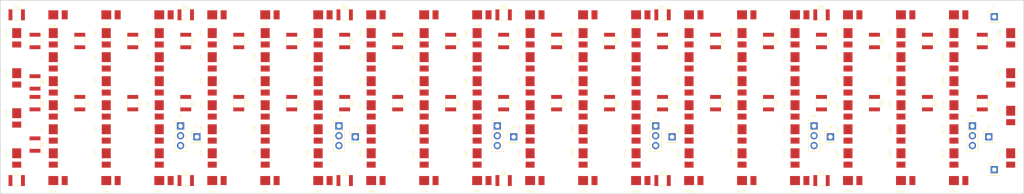
<source format=kicad_pcb>
(kicad_pcb (version 20171130) (host pcbnew "(5.1.2)-2")
  (layers (0 F.Cu signal) (31 B.Cu signal) (34 B.Paste user) (35 F.Paste user) (36 B.SilkS user) (37 F.SilkS user) (38 B.Mask user) (39 F.Mask user) (44 Edge.Cuts user))
  (net 0 "")
  (net 1 "Net-(D1-Pad1)")
  (net 2 "Net-(D1-Pad2)")
  (net 3 "Net-(D10-Pad1)")
  (net 4 "Net-(D4-Pad2)")
  (net 5 "Net-(D8-Pad2)")
  (net 6 "Net-(D11-Pad2)")
  (net 7 "Net-(D15-Pad2)")
  (net 8 "Net-(D18-Pad2)")
  (net 9 GND)
  (net 10 12V)
  (net 11 "Net-(J2-Pad1)")
  (net 12 "Net-(D22-Pad1)")
  (net 13 "Net-(D22-Pad2)")
  (net 14 "Net-(D25-Pad1)")
  (net 15 "Net-(D25-Pad2)")
  (net 16 "Net-(D28-Pad1)")
  (net 17 "Net-(D28-Pad2)")
  (net 18 "Net-(D29-Pad1)")
  (net 19 "Net-(D29-Pad2)")
  (net 20 "Net-(D30-Pad1)")
  (net 21 "Net-(D31-Pad1)")
  (net 22 "Net-(D34-Pad2)")
  (net 23 "Net-(D36-Pad1)")
  (net 24 "Net-(D37-Pad2)")
  (net 25 "Net-(D41-Pad1)")
  (net 26 "Net-(D41-Pad2)")
  (net 27 "Net-(D42-Pad1)")
  (net 28 "Net-(D42-Pad2)")
  (net 29 "Net-(D43-Pad1)")
  (net 30 "Net-(D44-Pad2)")
  (net 31 "Net-(D47-Pad2)")
  (net 32 "Net-(D51-Pad1)")
  (net 33 "Net-(D54-Pad2)")
  (net 34 "Net-(D57-Pad2)")
  (net 35 "Net-(D61-Pad2)")
  (net 36 "Net-(D63-Pad1)")
  (net 37 "Net-(D64-Pad2)")
  (net 38 "Net-(D68-Pad1)")
  (net 39 "Net-(D68-Pad2)")
  (net 40 "Net-(D69-Pad1)")
  (net 41 "Net-(D69-Pad2)")
  (net 42 "Net-(D70-Pad2)")
  (net 43 "Net-(D73-Pad2)")
  (net 44 "Net-(D77-Pad1)")
  (net 45 "Net-(D78-Pad1)")
  (net 46 "Net-(D80-Pad2)")
  (net 47 "Net-(D83-Pad2)")
  (net 48 "Net-(D88-Pad1)")
  (net 49 "Net-(D88-Pad2)")
  (net 50 "Net-(D91-Pad1)")
  (net 51 "Net-(D91-Pad2)")
  (net 52 "Net-(J4-Pad1)")
  (net 53 "Net-(J5-Pad1)")
  (net 54 "Net-(D94-Pad2)")
  (net 55 "Net-(D105-Pad1)")
  (net 56 "Net-(D97-Pad2)")
  (net 57 "Net-(D101-Pad1)")
  (net 58 "Net-(D101-Pad2)")
  (net 59 "Net-(D102-Pad1)")
  (net 60 "Net-(D102-Pad2)")
  (net 61 "Net-(D103-Pad2)")
  (net 62 "Net-(D106-Pad2)")
  (net 63 "Net-(D110-Pad1)")
  (net 64 "Net-(D111-Pad1)")
  (net 65 "Net-(D113-Pad2)")
  (net 66 "Net-(D116-Pad2)")
  (net 67 "Net-(D121-Pad2)")
  (net 68 "Net-(D123-Pad1)")
  (net 69 "Net-(D124-Pad2)")
  (net 70 "Net-(D128-Pad1)")
  (net 71 "Net-(D128-Pad2)")
  (net 72 "Net-(D129-Pad1)")
  (net 73 "Net-(D129-Pad2)")
  (net 74 "Net-(D130-Pad2)")
  (net 75 "Net-(D133-Pad2)")
  (net 76 "Net-(D137-Pad1)")
  (net 77 "Net-(D138-Pad1)")
  (net 78 "Net-(D140-Pad2)")
  (net 79 "Net-(D143-Pad2)")
  (net 80 "Net-(D148-Pad2)")
  (net 81 "Net-(D150-Pad1)")
  (net 82 "Net-(D151-Pad2)")
  (net 83 "Net-(D155-Pad1)")
  (net 84 "Net-(D155-Pad2)")
  (net 85 "Net-(D156-Pad1)")
  (net 86 "Net-(D156-Pad2)")
  (net 87 "Net-(D157-Pad2)")
  (net 88 "Net-(D160-Pad2)")
  (net 89 "Net-(D164-Pad1)")
  (net 90 "Net-(D165-Pad1)")
  (net 91 "Net-(D167-Pad2)")
  (net 92 "Net-(D170-Pad2)")
  (net 93 "Net-(J6-Pad1)")
  (net 94 "Net-(J7-Pad1)")
  (net 95 "Net-(J8-Pad1)")
  (module Footprints:D_2835 (layer F.Cu) (at 257.32 123.2 270)
    (fp_text reference D172 (at 0 2.54 270) (layer F.SilkS) (effects (font (size 0.5 0.5) (thickness 0.0625))))
    (fp_text value LED)
    (pad 2 smd rect (at 2.65 0 270) (size 1.4 2.1) (layers F.Cu F.Paste F.Mask) (net 2 "Net-(D1-Pad2)"))
    (pad 1 smd rect (at 0 0 270) (size 2.3 2.1) (layers F.Cu F.Paste F.Mask) (net 1 "Net-(D1-Pad1)"))
  )
  (module Footprints:D_2835 (layer F.Cu) (at 245 123.2 270)
    (fp_text reference D162 (at 0 2.54 270) (layer F.SilkS) (effects (font (size 0.5 0.5) (thickness 0.0625))))
    (fp_text value LED)
    (pad 2 smd rect (at 2.65 0 270) (size 1.4 2.1) (layers F.Cu F.Paste F.Mask) (net 2 "Net-(D1-Pad2)"))
    (pad 1 smd rect (at 0 0 270) (size 2.3 2.1) (layers F.Cu F.Paste F.Mask) (net 1 "Net-(D1-Pad1)"))
  )
  (module Footprints:D_2835 (layer F.Cu) (at 232.68 123.2 270)
    (fp_text reference D153 (at 0 2.54 270) (layer F.SilkS) (effects (font (size 0.5 0.5) (thickness 0.0625))))
    (fp_text value LED)
    (pad 2 smd rect (at 2.65 0 270) (size 1.4 2.1) (layers F.Cu F.Paste F.Mask) (net 2 "Net-(D1-Pad2)"))
    (pad 1 smd rect (at 0 0 270) (size 2.3 2.1) (layers F.Cu F.Paste F.Mask) (net 1 "Net-(D1-Pad1)"))
  )
  (module Footprints:D_2835 (layer F.Cu) (at 220.36 123.2 270)
    (fp_text reference D145 (at 0 2.54 270) (layer F.SilkS) (effects (font (size 0.5 0.5) (thickness 0.0625))))
    (fp_text value LED)
    (pad 2 smd rect (at 2.65 0 270) (size 1.4 2.1) (layers F.Cu F.Paste F.Mask) (net 2 "Net-(D1-Pad2)"))
    (pad 1 smd rect (at 0 0 270) (size 2.3 2.1) (layers F.Cu F.Paste F.Mask) (net 1 "Net-(D1-Pad1)"))
  )
  (module Footprints:D_2835 (layer F.Cu) (at 208.04 123.2 270)
    (fp_text reference D135 (at 0 2.54 270) (layer F.SilkS) (effects (font (size 0.5 0.5) (thickness 0.0625))))
    (fp_text value LED)
    (pad 2 smd rect (at 2.65 0 270) (size 1.4 2.1) (layers F.Cu F.Paste F.Mask) (net 2 "Net-(D1-Pad2)"))
    (pad 1 smd rect (at 0 0 270) (size 2.3 2.1) (layers F.Cu F.Paste F.Mask) (net 1 "Net-(D1-Pad1)"))
  )
  (module Footprints:D_2835 (layer F.Cu) (at 195.72 123.2 270)
    (fp_text reference D126 (at 0 2.54 270) (layer F.SilkS) (effects (font (size 0.5 0.5) (thickness 0.0625))))
    (fp_text value LED)
    (pad 2 smd rect (at 2.65 0 270) (size 1.4 2.1) (layers F.Cu F.Paste F.Mask) (net 2 "Net-(D1-Pad2)"))
    (pad 1 smd rect (at 0 0 270) (size 2.3 2.1) (layers F.Cu F.Paste F.Mask) (net 1 "Net-(D1-Pad1)"))
  )
  (module Footprints:D_2835 (layer F.Cu) (at 183.4 123.2 270)
    (fp_text reference D118 (at 0 2.54 270) (layer F.SilkS) (effects (font (size 0.5 0.5) (thickness 0.0625))))
    (fp_text value LED)
    (pad 2 smd rect (at 2.65 0 270) (size 1.4 2.1) (layers F.Cu F.Paste F.Mask) (net 2 "Net-(D1-Pad2)"))
    (pad 1 smd rect (at 0 0 270) (size 2.3 2.1) (layers F.Cu F.Paste F.Mask) (net 1 "Net-(D1-Pad1)"))
  )
  (module Footprints:D_2835 (layer F.Cu) (at 171.08 123.2 270)
    (fp_text reference D108 (at 0 2.54 270) (layer F.SilkS) (effects (font (size 0.5 0.5) (thickness 0.0625))))
    (fp_text value LED)
    (pad 2 smd rect (at 2.65 0 270) (size 1.4 2.1) (layers F.Cu F.Paste F.Mask) (net 2 "Net-(D1-Pad2)"))
    (pad 1 smd rect (at 0 0 270) (size 2.3 2.1) (layers F.Cu F.Paste F.Mask) (net 1 "Net-(D1-Pad1)"))
  )
  (module Footprints:D_2835 (layer F.Cu) (at 158.76 123.2 270)
    (fp_text reference D99 (at 0 2.54 270) (layer F.SilkS) (effects (font (size 0.5 0.5) (thickness 0.0625))))
    (fp_text value LED)
    (pad 2 smd rect (at 2.65 0 270) (size 1.4 2.1) (layers F.Cu F.Paste F.Mask) (net 2 "Net-(D1-Pad2)"))
    (pad 1 smd rect (at 0 0 270) (size 2.3 2.1) (layers F.Cu F.Paste F.Mask) (net 1 "Net-(D1-Pad1)"))
  )
  (module Footprints:D_2835 (layer F.Cu) (at 146.44 123.2 270)
    (fp_text reference D85 (at 0 2.54 270) (layer F.SilkS) (effects (font (size 0.5 0.5) (thickness 0.0625))))
    (fp_text value LED)
    (pad 2 smd rect (at 2.65 0 270) (size 1.4 2.1) (layers F.Cu F.Paste F.Mask) (net 2 "Net-(D1-Pad2)"))
    (pad 1 smd rect (at 0 0 270) (size 2.3 2.1) (layers F.Cu F.Paste F.Mask) (net 1 "Net-(D1-Pad1)"))
  )
  (module Footprints:D_2835 (layer F.Cu) (at 134.12 123.2 270)
    (fp_text reference D75 (at 0 2.54 270) (layer F.SilkS) (effects (font (size 0.5 0.5) (thickness 0.0625))))
    (fp_text value LED)
    (pad 2 smd rect (at 2.65 0 270) (size 1.4 2.1) (layers F.Cu F.Paste F.Mask) (net 2 "Net-(D1-Pad2)"))
    (pad 1 smd rect (at 0 0 270) (size 2.3 2.1) (layers F.Cu F.Paste F.Mask) (net 1 "Net-(D1-Pad1)"))
  )
  (module Footprints:D_2835 (layer F.Cu) (at 121.8 123.2 270)
    (fp_text reference D66 (at 0 2.54 270) (layer F.SilkS) (effects (font (size 0.5 0.5) (thickness 0.0625))))
    (fp_text value LED)
    (pad 2 smd rect (at 2.65 0 270) (size 1.4 2.1) (layers F.Cu F.Paste F.Mask) (net 2 "Net-(D1-Pad2)"))
    (pad 1 smd rect (at 0 0 270) (size 2.3 2.1) (layers F.Cu F.Paste F.Mask) (net 1 "Net-(D1-Pad1)"))
  )
  (module Footprints:D_2835 (layer F.Cu) (at 109.48 123.2 270)
    (fp_text reference D59 (at 0 2.54 270) (layer F.SilkS) (effects (font (size 0.5 0.5) (thickness 0.0625))))
    (fp_text value LED)
    (pad 2 smd rect (at 2.65 0 270) (size 1.4 2.1) (layers F.Cu F.Paste F.Mask) (net 2 "Net-(D1-Pad2)"))
    (pad 1 smd rect (at 0 0 270) (size 2.3 2.1) (layers F.Cu F.Paste F.Mask) (net 1 "Net-(D1-Pad1)"))
  )
  (module Footprints:D_2835 (layer F.Cu) (at 97.16 123.2 270)
    (fp_text reference D49 (at 0 2.54 270) (layer F.SilkS) (effects (font (size 0.5 0.5) (thickness 0.0625))))
    (fp_text value LED)
    (pad 2 smd rect (at 2.65 0 270) (size 1.4 2.1) (layers F.Cu F.Paste F.Mask) (net 2 "Net-(D1-Pad2)"))
    (pad 1 smd rect (at 0 0 270) (size 2.3 2.1) (layers F.Cu F.Paste F.Mask) (net 1 "Net-(D1-Pad1)"))
  )
  (module Footprints:D_2835 (layer F.Cu) (at 84.84 123.2 270)
    (fp_text reference D39 (at 0 2.54 270) (layer F.SilkS) (effects (font (size 0.5 0.5) (thickness 0.0625))))
    (fp_text value LED)
    (pad 2 smd rect (at 2.65 0 270) (size 1.4 2.1) (layers F.Cu F.Paste F.Mask) (net 2 "Net-(D1-Pad2)"))
    (pad 1 smd rect (at 0 0 270) (size 2.3 2.1) (layers F.Cu F.Paste F.Mask) (net 1 "Net-(D1-Pad1)"))
  )
  (module Footprints:D_2835 (layer F.Cu) (at 72.52 123.2 270)
    (fp_text reference D20 (at 0 2.54 270) (layer F.SilkS) (effects (font (size 0.5 0.5) (thickness 0.0625))))
    (fp_text value LED)
    (pad 2 smd rect (at 2.65 0 270) (size 1.4 2.1) (layers F.Cu F.Paste F.Mask) (net 2 "Net-(D1-Pad2)"))
    (pad 1 smd rect (at 0 0 270) (size 2.3 2.1) (layers F.Cu F.Paste F.Mask) (net 1 "Net-(D1-Pad1)"))
  )
  (module Footprints:D_2835 (layer F.Cu) (at 60.2 123.2 270)
    (fp_text reference D13 (at 0 2.54 270) (layer F.SilkS) (effects (font (size 0.5 0.5) (thickness 0.0625))))
    (fp_text value LED)
    (pad 2 smd rect (at 2.65 0 270) (size 1.4 2.1) (layers F.Cu F.Paste F.Mask) (net 2 "Net-(D1-Pad2)"))
    (pad 1 smd rect (at 0 0 270) (size 2.3 2.1) (layers F.Cu F.Paste F.Mask) (net 1 "Net-(D1-Pad1)"))
  )
  (module Footprints:D_2835 (layer F.Cu) (at 47.88 123.2 270)
    (fp_text reference D6 (at 0 2.54 270) (layer F.SilkS) (effects (font (size 0.5 0.5) (thickness 0.0625))))
    (fp_text value LED)
    (pad 2 smd rect (at 2.65 0 270) (size 1.4 2.1) (layers F.Cu F.Paste F.Mask) (net 2 "Net-(D1-Pad2)"))
    (pad 1 smd rect (at 0 0 270) (size 2.3 2.1) (layers F.Cu F.Paste F.Mask) (net 1 "Net-(D1-Pad1)"))
  )
  (module Footprints:D_2835 (layer F.Cu) (at 257.32 117.61 270)
    (fp_text reference D171 (at 0 2.54 270) (layer F.SilkS) (effects (font (size 0.5 0.5) (thickness 0.0625))))
    (fp_text value LED)
    (pad 2 smd rect (at 2.65 0 270) (size 1.4 2.1) (layers F.Cu F.Paste F.Mask) (net 2 "Net-(D1-Pad2)"))
    (pad 1 smd rect (at 0 0 270) (size 2.3 2.1) (layers F.Cu F.Paste F.Mask) (net 1 "Net-(D1-Pad1)"))
  )
  (module Footprints:D_2835 (layer F.Cu) (at 245 117.61 270)
    (fp_text reference D161 (at 0 2.54 270) (layer F.SilkS) (effects (font (size 0.5 0.5) (thickness 0.0625))))
    (fp_text value LED)
    (pad 2 smd rect (at 2.65 0 270) (size 1.4 2.1) (layers F.Cu F.Paste F.Mask) (net 2 "Net-(D1-Pad2)"))
    (pad 1 smd rect (at 0 0 270) (size 2.3 2.1) (layers F.Cu F.Paste F.Mask) (net 1 "Net-(D1-Pad1)"))
  )
  (module Footprints:D_2835 (layer F.Cu) (at 232.68 117.61 270)
    (fp_text reference D152 (at 0 2.54 270) (layer F.SilkS) (effects (font (size 0.5 0.5) (thickness 0.0625))))
    (fp_text value LED)
    (pad 2 smd rect (at 2.65 0 270) (size 1.4 2.1) (layers F.Cu F.Paste F.Mask) (net 2 "Net-(D1-Pad2)"))
    (pad 1 smd rect (at 0 0 270) (size 2.3 2.1) (layers F.Cu F.Paste F.Mask) (net 1 "Net-(D1-Pad1)"))
  )
  (module Footprints:D_2835 (layer F.Cu) (at 220.36 117.61 270)
    (fp_text reference D144 (at 0 2.54 270) (layer F.SilkS) (effects (font (size 0.5 0.5) (thickness 0.0625))))
    (fp_text value LED)
    (pad 2 smd rect (at 2.65 0 270) (size 1.4 2.1) (layers F.Cu F.Paste F.Mask) (net 2 "Net-(D1-Pad2)"))
    (pad 1 smd rect (at 0 0 270) (size 2.3 2.1) (layers F.Cu F.Paste F.Mask) (net 1 "Net-(D1-Pad1)"))
  )
  (module Footprints:D_2835 (layer F.Cu) (at 208.04 117.61 270)
    (fp_text reference D134 (at 0 2.54 270) (layer F.SilkS) (effects (font (size 0.5 0.5) (thickness 0.0625))))
    (fp_text value LED)
    (pad 2 smd rect (at 2.65 0 270) (size 1.4 2.1) (layers F.Cu F.Paste F.Mask) (net 2 "Net-(D1-Pad2)"))
    (pad 1 smd rect (at 0 0 270) (size 2.3 2.1) (layers F.Cu F.Paste F.Mask) (net 1 "Net-(D1-Pad1)"))
  )
  (module Footprints:D_2835 (layer F.Cu) (at 195.72 117.61 270)
    (fp_text reference D125 (at 0 2.54 270) (layer F.SilkS) (effects (font (size 0.5 0.5) (thickness 0.0625))))
    (fp_text value LED)
    (pad 2 smd rect (at 2.65 0 270) (size 1.4 2.1) (layers F.Cu F.Paste F.Mask) (net 2 "Net-(D1-Pad2)"))
    (pad 1 smd rect (at 0 0 270) (size 2.3 2.1) (layers F.Cu F.Paste F.Mask) (net 1 "Net-(D1-Pad1)"))
  )
  (module Footprints:D_2835 (layer F.Cu) (at 183.4 117.61 270)
    (fp_text reference D117 (at 0 2.54 270) (layer F.SilkS) (effects (font (size 0.5 0.5) (thickness 0.0625))))
    (fp_text value LED)
    (pad 2 smd rect (at 2.65 0 270) (size 1.4 2.1) (layers F.Cu F.Paste F.Mask) (net 2 "Net-(D1-Pad2)"))
    (pad 1 smd rect (at 0 0 270) (size 2.3 2.1) (layers F.Cu F.Paste F.Mask) (net 1 "Net-(D1-Pad1)"))
  )
  (module Footprints:D_2835 (layer F.Cu) (at 171.08 117.61 270)
    (fp_text reference D107 (at 0 2.54 270) (layer F.SilkS) (effects (font (size 0.5 0.5) (thickness 0.0625))))
    (fp_text value LED)
    (pad 2 smd rect (at 2.65 0 270) (size 1.4 2.1) (layers F.Cu F.Paste F.Mask) (net 2 "Net-(D1-Pad2)"))
    (pad 1 smd rect (at 0 0 270) (size 2.3 2.1) (layers F.Cu F.Paste F.Mask) (net 1 "Net-(D1-Pad1)"))
  )
  (module Footprints:D_2835 (layer F.Cu) (at 158.76 117.61 270)
    (fp_text reference D98 (at 0 2.54 270) (layer F.SilkS) (effects (font (size 0.5 0.5) (thickness 0.0625))))
    (fp_text value LED)
    (pad 2 smd rect (at 2.65 0 270) (size 1.4 2.1) (layers F.Cu F.Paste F.Mask) (net 2 "Net-(D1-Pad2)"))
    (pad 1 smd rect (at 0 0 270) (size 2.3 2.1) (layers F.Cu F.Paste F.Mask) (net 1 "Net-(D1-Pad1)"))
  )
  (module Footprints:D_2835 (layer F.Cu) (at 146.44 117.61 270)
    (fp_text reference D84 (at 0 2.54 270) (layer F.SilkS) (effects (font (size 0.5 0.5) (thickness 0.0625))))
    (fp_text value LED)
    (pad 2 smd rect (at 2.65 0 270) (size 1.4 2.1) (layers F.Cu F.Paste F.Mask) (net 2 "Net-(D1-Pad2)"))
    (pad 1 smd rect (at 0 0 270) (size 2.3 2.1) (layers F.Cu F.Paste F.Mask) (net 1 "Net-(D1-Pad1)"))
  )
  (module Footprints:D_2835 (layer F.Cu) (at 134.12 117.61 270)
    (fp_text reference D74 (at 0 2.54 270) (layer F.SilkS) (effects (font (size 0.5 0.5) (thickness 0.0625))))
    (fp_text value LED)
    (pad 2 smd rect (at 2.65 0 270) (size 1.4 2.1) (layers F.Cu F.Paste F.Mask) (net 2 "Net-(D1-Pad2)"))
    (pad 1 smd rect (at 0 0 270) (size 2.3 2.1) (layers F.Cu F.Paste F.Mask) (net 1 "Net-(D1-Pad1)"))
  )
  (module Footprints:D_2835 (layer F.Cu) (at 121.8 117.61 270)
    (fp_text reference D65 (at 0 2.54 270) (layer F.SilkS) (effects (font (size 0.5 0.5) (thickness 0.0625))))
    (fp_text value LED)
    (pad 2 smd rect (at 2.65 0 270) (size 1.4 2.1) (layers F.Cu F.Paste F.Mask) (net 2 "Net-(D1-Pad2)"))
    (pad 1 smd rect (at 0 0 270) (size 2.3 2.1) (layers F.Cu F.Paste F.Mask) (net 1 "Net-(D1-Pad1)"))
  )
  (module Footprints:D_2835 (layer F.Cu) (at 109.48 117.61 270)
    (fp_text reference D58 (at 0 2.54 270) (layer F.SilkS) (effects (font (size 0.5 0.5) (thickness 0.0625))))
    (fp_text value LED)
    (pad 2 smd rect (at 2.65 0 270) (size 1.4 2.1) (layers F.Cu F.Paste F.Mask) (net 2 "Net-(D1-Pad2)"))
    (pad 1 smd rect (at 0 0 270) (size 2.3 2.1) (layers F.Cu F.Paste F.Mask) (net 1 "Net-(D1-Pad1)"))
  )
  (module Footprints:D_2835 (layer F.Cu) (at 97.16 117.61 270)
    (fp_text reference D48 (at 0 2.54 270) (layer F.SilkS) (effects (font (size 0.5 0.5) (thickness 0.0625))))
    (fp_text value LED)
    (pad 2 smd rect (at 2.65 0 270) (size 1.4 2.1) (layers F.Cu F.Paste F.Mask) (net 2 "Net-(D1-Pad2)"))
    (pad 1 smd rect (at 0 0 270) (size 2.3 2.1) (layers F.Cu F.Paste F.Mask) (net 1 "Net-(D1-Pad1)"))
  )
  (module Footprints:D_2835 (layer F.Cu) (at 84.84 117.61 270)
    (fp_text reference D38 (at 0 2.54 270) (layer F.SilkS) (effects (font (size 0.5 0.5) (thickness 0.0625))))
    (fp_text value LED)
    (pad 2 smd rect (at 2.65 0 270) (size 1.4 2.1) (layers F.Cu F.Paste F.Mask) (net 2 "Net-(D1-Pad2)"))
    (pad 1 smd rect (at 0 0 270) (size 2.3 2.1) (layers F.Cu F.Paste F.Mask) (net 1 "Net-(D1-Pad1)"))
  )
  (module Footprints:D_2835 (layer F.Cu) (at 72.52 117.61 270)
    (fp_text reference D19 (at 0 2.54 270) (layer F.SilkS) (effects (font (size 0.5 0.5) (thickness 0.0625))))
    (fp_text value LED)
    (pad 2 smd rect (at 2.65 0 270) (size 1.4 2.1) (layers F.Cu F.Paste F.Mask) (net 2 "Net-(D1-Pad2)"))
    (pad 1 smd rect (at 0 0 270) (size 2.3 2.1) (layers F.Cu F.Paste F.Mask) (net 1 "Net-(D1-Pad1)"))
  )
  (module Footprints:D_2835 (layer F.Cu) (at 60.2 117.61 270)
    (fp_text reference D12 (at 0 2.54 270) (layer F.SilkS) (effects (font (size 0.5 0.5) (thickness 0.0625))))
    (fp_text value LED)
    (pad 2 smd rect (at 2.65 0 270) (size 1.4 2.1) (layers F.Cu F.Paste F.Mask) (net 2 "Net-(D1-Pad2)"))
    (pad 1 smd rect (at 0 0 270) (size 2.3 2.1) (layers F.Cu F.Paste F.Mask) (net 1 "Net-(D1-Pad1)"))
  )
  (module Footprints:D_2835 (layer F.Cu) (at 47.88 117.61 270)
    (fp_text reference D5 (at 0 2.54 270) (layer F.SilkS) (effects (font (size 0.5 0.5) (thickness 0.0625))))
    (fp_text value LED)
    (pad 2 smd rect (at 2.65 0 270) (size 1.4 2.1) (layers F.Cu F.Paste F.Mask) (net 2 "Net-(D1-Pad2)"))
    (pad 1 smd rect (at 0 0 270) (size 2.3 2.1) (layers F.Cu F.Paste F.Mask) (net 1 "Net-(D1-Pad1)"))
  )
  (module Footprints:D_2835 (layer F.Cu) (at 257.32 112.02 270)
    (fp_text reference D170 (at 0 2.54 270) (layer F.SilkS) (effects (font (size 0.5 0.5) (thickness 0.0625))))
    (fp_text value LED)
    (pad 2 smd rect (at 2.65 0 270) (size 1.4 2.1) (layers F.Cu F.Paste F.Mask) (net 2 "Net-(D1-Pad2)"))
    (pad 1 smd rect (at 0 0 270) (size 2.3 2.1) (layers F.Cu F.Paste F.Mask) (net 1 "Net-(D1-Pad1)"))
  )
  (module Footprints:D_2835 (layer F.Cu) (at 245 112.02 270)
    (fp_text reference D160 (at 0 2.54 270) (layer F.SilkS) (effects (font (size 0.5 0.5) (thickness 0.0625))))
    (fp_text value LED)
    (pad 2 smd rect (at 2.65 0 270) (size 1.4 2.1) (layers F.Cu F.Paste F.Mask) (net 2 "Net-(D1-Pad2)"))
    (pad 1 smd rect (at 0 0 270) (size 2.3 2.1) (layers F.Cu F.Paste F.Mask) (net 1 "Net-(D1-Pad1)"))
  )
  (module Footprints:D_2835 (layer F.Cu) (at 232.68 112.02 270)
    (fp_text reference D151 (at 0 2.54 270) (layer F.SilkS) (effects (font (size 0.5 0.5) (thickness 0.0625))))
    (fp_text value LED)
    (pad 2 smd rect (at 2.65 0 270) (size 1.4 2.1) (layers F.Cu F.Paste F.Mask) (net 2 "Net-(D1-Pad2)"))
    (pad 1 smd rect (at 0 0 270) (size 2.3 2.1) (layers F.Cu F.Paste F.Mask) (net 1 "Net-(D1-Pad1)"))
  )
  (module Footprints:D_2835 (layer F.Cu) (at 220.36 112.02 270)
    (fp_text reference D143 (at 0 2.54 270) (layer F.SilkS) (effects (font (size 0.5 0.5) (thickness 0.0625))))
    (fp_text value LED)
    (pad 2 smd rect (at 2.65 0 270) (size 1.4 2.1) (layers F.Cu F.Paste F.Mask) (net 2 "Net-(D1-Pad2)"))
    (pad 1 smd rect (at 0 0 270) (size 2.3 2.1) (layers F.Cu F.Paste F.Mask) (net 1 "Net-(D1-Pad1)"))
  )
  (module Footprints:D_2835 (layer F.Cu) (at 208.04 112.02 270)
    (fp_text reference D133 (at 0 2.54 270) (layer F.SilkS) (effects (font (size 0.5 0.5) (thickness 0.0625))))
    (fp_text value LED)
    (pad 2 smd rect (at 2.65 0 270) (size 1.4 2.1) (layers F.Cu F.Paste F.Mask) (net 2 "Net-(D1-Pad2)"))
    (pad 1 smd rect (at 0 0 270) (size 2.3 2.1) (layers F.Cu F.Paste F.Mask) (net 1 "Net-(D1-Pad1)"))
  )
  (module Footprints:D_2835 (layer F.Cu) (at 195.72 112.02 270)
    (fp_text reference D124 (at 0 2.54 270) (layer F.SilkS) (effects (font (size 0.5 0.5) (thickness 0.0625))))
    (fp_text value LED)
    (pad 2 smd rect (at 2.65 0 270) (size 1.4 2.1) (layers F.Cu F.Paste F.Mask) (net 2 "Net-(D1-Pad2)"))
    (pad 1 smd rect (at 0 0 270) (size 2.3 2.1) (layers F.Cu F.Paste F.Mask) (net 1 "Net-(D1-Pad1)"))
  )
  (module Footprints:D_2835 (layer F.Cu) (at 183.4 112.02 270)
    (fp_text reference D116 (at 0 2.54 270) (layer F.SilkS) (effects (font (size 0.5 0.5) (thickness 0.0625))))
    (fp_text value LED)
    (pad 2 smd rect (at 2.65 0 270) (size 1.4 2.1) (layers F.Cu F.Paste F.Mask) (net 2 "Net-(D1-Pad2)"))
    (pad 1 smd rect (at 0 0 270) (size 2.3 2.1) (layers F.Cu F.Paste F.Mask) (net 1 "Net-(D1-Pad1)"))
  )
  (module Footprints:D_2835 (layer F.Cu) (at 171.08 112.02 270)
    (fp_text reference D106 (at 0 2.54 270) (layer F.SilkS) (effects (font (size 0.5 0.5) (thickness 0.0625))))
    (fp_text value LED)
    (pad 2 smd rect (at 2.65 0 270) (size 1.4 2.1) (layers F.Cu F.Paste F.Mask) (net 2 "Net-(D1-Pad2)"))
    (pad 1 smd rect (at 0 0 270) (size 2.3 2.1) (layers F.Cu F.Paste F.Mask) (net 1 "Net-(D1-Pad1)"))
  )
  (module Footprints:D_2835 (layer F.Cu) (at 158.76 112.02 270)
    (fp_text reference D97 (at 0 2.54 270) (layer F.SilkS) (effects (font (size 0.5 0.5) (thickness 0.0625))))
    (fp_text value LED)
    (pad 2 smd rect (at 2.65 0 270) (size 1.4 2.1) (layers F.Cu F.Paste F.Mask) (net 2 "Net-(D1-Pad2)"))
    (pad 1 smd rect (at 0 0 270) (size 2.3 2.1) (layers F.Cu F.Paste F.Mask) (net 1 "Net-(D1-Pad1)"))
  )
  (module Footprints:D_2835 (layer F.Cu) (at 146.44 112.02 270)
    (fp_text reference D83 (at 0 2.54 270) (layer F.SilkS) (effects (font (size 0.5 0.5) (thickness 0.0625))))
    (fp_text value LED)
    (pad 2 smd rect (at 2.65 0 270) (size 1.4 2.1) (layers F.Cu F.Paste F.Mask) (net 2 "Net-(D1-Pad2)"))
    (pad 1 smd rect (at 0 0 270) (size 2.3 2.1) (layers F.Cu F.Paste F.Mask) (net 1 "Net-(D1-Pad1)"))
  )
  (module Footprints:D_2835 (layer F.Cu) (at 134.12 112.02 270)
    (fp_text reference D73 (at 0 2.54 270) (layer F.SilkS) (effects (font (size 0.5 0.5) (thickness 0.0625))))
    (fp_text value LED)
    (pad 2 smd rect (at 2.65 0 270) (size 1.4 2.1) (layers F.Cu F.Paste F.Mask) (net 2 "Net-(D1-Pad2)"))
    (pad 1 smd rect (at 0 0 270) (size 2.3 2.1) (layers F.Cu F.Paste F.Mask) (net 1 "Net-(D1-Pad1)"))
  )
  (module Footprints:D_2835 (layer F.Cu) (at 121.8 112.02 270)
    (fp_text reference D64 (at 0 2.54 270) (layer F.SilkS) (effects (font (size 0.5 0.5) (thickness 0.0625))))
    (fp_text value LED)
    (pad 2 smd rect (at 2.65 0 270) (size 1.4 2.1) (layers F.Cu F.Paste F.Mask) (net 2 "Net-(D1-Pad2)"))
    (pad 1 smd rect (at 0 0 270) (size 2.3 2.1) (layers F.Cu F.Paste F.Mask) (net 1 "Net-(D1-Pad1)"))
  )
  (module Footprints:D_2835 (layer F.Cu) (at 109.48 112.02 270)
    (fp_text reference D57 (at 0 2.54 270) (layer F.SilkS) (effects (font (size 0.5 0.5) (thickness 0.0625))))
    (fp_text value LED)
    (pad 2 smd rect (at 2.65 0 270) (size 1.4 2.1) (layers F.Cu F.Paste F.Mask) (net 2 "Net-(D1-Pad2)"))
    (pad 1 smd rect (at 0 0 270) (size 2.3 2.1) (layers F.Cu F.Paste F.Mask) (net 1 "Net-(D1-Pad1)"))
  )
  (module Footprints:D_2835 (layer F.Cu) (at 97.16 112.02 270)
    (fp_text reference D47 (at 0 2.54 270) (layer F.SilkS) (effects (font (size 0.5 0.5) (thickness 0.0625))))
    (fp_text value LED)
    (pad 2 smd rect (at 2.65 0 270) (size 1.4 2.1) (layers F.Cu F.Paste F.Mask) (net 2 "Net-(D1-Pad2)"))
    (pad 1 smd rect (at 0 0 270) (size 2.3 2.1) (layers F.Cu F.Paste F.Mask) (net 1 "Net-(D1-Pad1)"))
  )
  (module Footprints:D_2835 (layer F.Cu) (at 84.84 112.02 270)
    (fp_text reference D37 (at 0 2.54 270) (layer F.SilkS) (effects (font (size 0.5 0.5) (thickness 0.0625))))
    (fp_text value LED)
    (pad 2 smd rect (at 2.65 0 270) (size 1.4 2.1) (layers F.Cu F.Paste F.Mask) (net 2 "Net-(D1-Pad2)"))
    (pad 1 smd rect (at 0 0 270) (size 2.3 2.1) (layers F.Cu F.Paste F.Mask) (net 1 "Net-(D1-Pad1)"))
  )
  (module Footprints:D_2835 (layer F.Cu) (at 72.52 112.02 270)
    (fp_text reference D18 (at 0 2.54 270) (layer F.SilkS) (effects (font (size 0.5 0.5) (thickness 0.0625))))
    (fp_text value LED)
    (pad 2 smd rect (at 2.65 0 270) (size 1.4 2.1) (layers F.Cu F.Paste F.Mask) (net 2 "Net-(D1-Pad2)"))
    (pad 1 smd rect (at 0 0 270) (size 2.3 2.1) (layers F.Cu F.Paste F.Mask) (net 1 "Net-(D1-Pad1)"))
  )
  (module Footprints:D_2835 (layer F.Cu) (at 60.2 112.02 270)
    (fp_text reference D11 (at 0 2.54 270) (layer F.SilkS) (effects (font (size 0.5 0.5) (thickness 0.0625))))
    (fp_text value LED)
    (pad 2 smd rect (at 2.65 0 270) (size 1.4 2.1) (layers F.Cu F.Paste F.Mask) (net 2 "Net-(D1-Pad2)"))
    (pad 1 smd rect (at 0 0 270) (size 2.3 2.1) (layers F.Cu F.Paste F.Mask) (net 1 "Net-(D1-Pad1)"))
  )
  (module Footprints:D_2835 (layer F.Cu) (at 47.88 112.02 270)
    (fp_text reference D4 (at 0 2.54 270) (layer F.SilkS) (effects (font (size 0.5 0.5) (thickness 0.0625))))
    (fp_text value LED)
    (pad 2 smd rect (at 2.65 0 270) (size 1.4 2.1) (layers F.Cu F.Paste F.Mask) (net 2 "Net-(D1-Pad2)"))
    (pad 1 smd rect (at 0 0 270) (size 2.3 2.1) (layers F.Cu F.Paste F.Mask) (net 1 "Net-(D1-Pad1)"))
  )
  (module Footprints:D_2835 (layer F.Cu) (at 257.32 106.43 270)
    (fp_text reference D169 (at 0 2.54 270) (layer F.SilkS) (effects (font (size 0.5 0.5) (thickness 0.0625))))
    (fp_text value LED)
    (pad 2 smd rect (at 2.65 0 270) (size 1.4 2.1) (layers F.Cu F.Paste F.Mask) (net 2 "Net-(D1-Pad2)"))
    (pad 1 smd rect (at 0 0 270) (size 2.3 2.1) (layers F.Cu F.Paste F.Mask) (net 1 "Net-(D1-Pad1)"))
  )
  (module Footprints:D_2835 (layer F.Cu) (at 245 106.43 270)
    (fp_text reference D159 (at 0 2.54 270) (layer F.SilkS) (effects (font (size 0.5 0.5) (thickness 0.0625))))
    (fp_text value LED)
    (pad 2 smd rect (at 2.65 0 270) (size 1.4 2.1) (layers F.Cu F.Paste F.Mask) (net 2 "Net-(D1-Pad2)"))
    (pad 1 smd rect (at 0 0 270) (size 2.3 2.1) (layers F.Cu F.Paste F.Mask) (net 1 "Net-(D1-Pad1)"))
  )
  (module Footprints:D_2835 (layer F.Cu) (at 232.68 106.43 270)
    (fp_text reference D150 (at 0 2.54 270) (layer F.SilkS) (effects (font (size 0.5 0.5) (thickness 0.0625))))
    (fp_text value LED)
    (pad 2 smd rect (at 2.65 0 270) (size 1.4 2.1) (layers F.Cu F.Paste F.Mask) (net 2 "Net-(D1-Pad2)"))
    (pad 1 smd rect (at 0 0 270) (size 2.3 2.1) (layers F.Cu F.Paste F.Mask) (net 1 "Net-(D1-Pad1)"))
  )
  (module Footprints:D_2835 (layer F.Cu) (at 220.36 106.43 270)
    (fp_text reference D142 (at 0 2.54 270) (layer F.SilkS) (effects (font (size 0.5 0.5) (thickness 0.0625))))
    (fp_text value LED)
    (pad 2 smd rect (at 2.65 0 270) (size 1.4 2.1) (layers F.Cu F.Paste F.Mask) (net 2 "Net-(D1-Pad2)"))
    (pad 1 smd rect (at 0 0 270) (size 2.3 2.1) (layers F.Cu F.Paste F.Mask) (net 1 "Net-(D1-Pad1)"))
  )
  (module Footprints:D_2835 (layer F.Cu) (at 208.04 106.43 270)
    (fp_text reference D132 (at 0 2.54 270) (layer F.SilkS) (effects (font (size 0.5 0.5) (thickness 0.0625))))
    (fp_text value LED)
    (pad 2 smd rect (at 2.65 0 270) (size 1.4 2.1) (layers F.Cu F.Paste F.Mask) (net 2 "Net-(D1-Pad2)"))
    (pad 1 smd rect (at 0 0 270) (size 2.3 2.1) (layers F.Cu F.Paste F.Mask) (net 1 "Net-(D1-Pad1)"))
  )
  (module Footprints:D_2835 (layer F.Cu) (at 195.72 106.43 270)
    (fp_text reference D123 (at 0 2.54 270) (layer F.SilkS) (effects (font (size 0.5 0.5) (thickness 0.0625))))
    (fp_text value LED)
    (pad 2 smd rect (at 2.65 0 270) (size 1.4 2.1) (layers F.Cu F.Paste F.Mask) (net 2 "Net-(D1-Pad2)"))
    (pad 1 smd rect (at 0 0 270) (size 2.3 2.1) (layers F.Cu F.Paste F.Mask) (net 1 "Net-(D1-Pad1)"))
  )
  (module Footprints:D_2835 (layer F.Cu) (at 183.4 106.43 270)
    (fp_text reference D115 (at 0 2.54 270) (layer F.SilkS) (effects (font (size 0.5 0.5) (thickness 0.0625))))
    (fp_text value LED)
    (pad 2 smd rect (at 2.65 0 270) (size 1.4 2.1) (layers F.Cu F.Paste F.Mask) (net 2 "Net-(D1-Pad2)"))
    (pad 1 smd rect (at 0 0 270) (size 2.3 2.1) (layers F.Cu F.Paste F.Mask) (net 1 "Net-(D1-Pad1)"))
  )
  (module Footprints:D_2835 (layer F.Cu) (at 171.08 106.43 270)
    (fp_text reference D105 (at 0 2.54 270) (layer F.SilkS) (effects (font (size 0.5 0.5) (thickness 0.0625))))
    (fp_text value LED)
    (pad 2 smd rect (at 2.65 0 270) (size 1.4 2.1) (layers F.Cu F.Paste F.Mask) (net 2 "Net-(D1-Pad2)"))
    (pad 1 smd rect (at 0 0 270) (size 2.3 2.1) (layers F.Cu F.Paste F.Mask) (net 1 "Net-(D1-Pad1)"))
  )
  (module Footprints:D_2835 (layer F.Cu) (at 158.76 106.43 270)
    (fp_text reference D96 (at 0 2.54 270) (layer F.SilkS) (effects (font (size 0.5 0.5) (thickness 0.0625))))
    (fp_text value LED)
    (pad 2 smd rect (at 2.65 0 270) (size 1.4 2.1) (layers F.Cu F.Paste F.Mask) (net 2 "Net-(D1-Pad2)"))
    (pad 1 smd rect (at 0 0 270) (size 2.3 2.1) (layers F.Cu F.Paste F.Mask) (net 1 "Net-(D1-Pad1)"))
  )
  (module Footprints:D_2835 (layer F.Cu) (at 146.44 106.43 270)
    (fp_text reference D82 (at 0 2.54 270) (layer F.SilkS) (effects (font (size 0.5 0.5) (thickness 0.0625))))
    (fp_text value LED)
    (pad 2 smd rect (at 2.65 0 270) (size 1.4 2.1) (layers F.Cu F.Paste F.Mask) (net 2 "Net-(D1-Pad2)"))
    (pad 1 smd rect (at 0 0 270) (size 2.3 2.1) (layers F.Cu F.Paste F.Mask) (net 1 "Net-(D1-Pad1)"))
  )
  (module Footprints:D_2835 (layer F.Cu) (at 134.12 106.43 270)
    (fp_text reference D72 (at 0 2.54 270) (layer F.SilkS) (effects (font (size 0.5 0.5) (thickness 0.0625))))
    (fp_text value LED)
    (pad 2 smd rect (at 2.65 0 270) (size 1.4 2.1) (layers F.Cu F.Paste F.Mask) (net 2 "Net-(D1-Pad2)"))
    (pad 1 smd rect (at 0 0 270) (size 2.3 2.1) (layers F.Cu F.Paste F.Mask) (net 1 "Net-(D1-Pad1)"))
  )
  (module Footprints:D_2835 (layer F.Cu) (at 121.8 106.43 270)
    (fp_text reference D63 (at 0 2.54 270) (layer F.SilkS) (effects (font (size 0.5 0.5) (thickness 0.0625))))
    (fp_text value LED)
    (pad 2 smd rect (at 2.65 0 270) (size 1.4 2.1) (layers F.Cu F.Paste F.Mask) (net 2 "Net-(D1-Pad2)"))
    (pad 1 smd rect (at 0 0 270) (size 2.3 2.1) (layers F.Cu F.Paste F.Mask) (net 1 "Net-(D1-Pad1)"))
  )
  (module Footprints:D_2835 (layer F.Cu) (at 109.48 106.43 270)
    (fp_text reference D56 (at 0 2.54 270) (layer F.SilkS) (effects (font (size 0.5 0.5) (thickness 0.0625))))
    (fp_text value LED)
    (pad 2 smd rect (at 2.65 0 270) (size 1.4 2.1) (layers F.Cu F.Paste F.Mask) (net 2 "Net-(D1-Pad2)"))
    (pad 1 smd rect (at 0 0 270) (size 2.3 2.1) (layers F.Cu F.Paste F.Mask) (net 1 "Net-(D1-Pad1)"))
  )
  (module Footprints:D_2835 (layer F.Cu) (at 97.16 106.43 270)
    (fp_text reference D46 (at 0 2.54 270) (layer F.SilkS) (effects (font (size 0.5 0.5) (thickness 0.0625))))
    (fp_text value LED)
    (pad 2 smd rect (at 2.65 0 270) (size 1.4 2.1) (layers F.Cu F.Paste F.Mask) (net 2 "Net-(D1-Pad2)"))
    (pad 1 smd rect (at 0 0 270) (size 2.3 2.1) (layers F.Cu F.Paste F.Mask) (net 1 "Net-(D1-Pad1)"))
  )
  (module Footprints:D_2835 (layer F.Cu) (at 84.84 106.43 270)
    (fp_text reference D36 (at 0 2.54 270) (layer F.SilkS) (effects (font (size 0.5 0.5) (thickness 0.0625))))
    (fp_text value LED)
    (pad 2 smd rect (at 2.65 0 270) (size 1.4 2.1) (layers F.Cu F.Paste F.Mask) (net 2 "Net-(D1-Pad2)"))
    (pad 1 smd rect (at 0 0 270) (size 2.3 2.1) (layers F.Cu F.Paste F.Mask) (net 1 "Net-(D1-Pad1)"))
  )
  (module Footprints:D_2835 (layer F.Cu) (at 72.52 106.43 270)
    (fp_text reference D17 (at 0 2.54 270) (layer F.SilkS) (effects (font (size 0.5 0.5) (thickness 0.0625))))
    (fp_text value LED)
    (pad 2 smd rect (at 2.65 0 270) (size 1.4 2.1) (layers F.Cu F.Paste F.Mask) (net 2 "Net-(D1-Pad2)"))
    (pad 1 smd rect (at 0 0 270) (size 2.3 2.1) (layers F.Cu F.Paste F.Mask) (net 1 "Net-(D1-Pad1)"))
  )
  (module Footprints:D_2835 (layer F.Cu) (at 60.2 106.43 270)
    (fp_text reference D10 (at 0 2.54 270) (layer F.SilkS) (effects (font (size 0.5 0.5) (thickness 0.0625))))
    (fp_text value LED)
    (pad 2 smd rect (at 2.65 0 270) (size 1.4 2.1) (layers F.Cu F.Paste F.Mask) (net 2 "Net-(D1-Pad2)"))
    (pad 1 smd rect (at 0 0 270) (size 2.3 2.1) (layers F.Cu F.Paste F.Mask) (net 1 "Net-(D1-Pad1)"))
  )
  (module Footprints:D_2835 (layer F.Cu) (at 47.88 106.43 270)
    (fp_text reference D3 (at 0 2.54 270) (layer F.SilkS) (effects (font (size 0.5 0.5) (thickness 0.0625))))
    (fp_text value LED)
    (pad 2 smd rect (at 2.65 0 270) (size 1.4 2.1) (layers F.Cu F.Paste F.Mask) (net 2 "Net-(D1-Pad2)"))
    (pad 1 smd rect (at 0 0 270) (size 2.3 2.1) (layers F.Cu F.Paste F.Mask) (net 1 "Net-(D1-Pad1)"))
  )
  (module Footprints:D_2835 (layer F.Cu) (at 257.32 100.84 270)
    (fp_text reference D168 (at 0 2.54 270) (layer F.SilkS) (effects (font (size 0.5 0.5) (thickness 0.0625))))
    (fp_text value LED)
    (pad 2 smd rect (at 2.65 0 270) (size 1.4 2.1) (layers F.Cu F.Paste F.Mask) (net 2 "Net-(D1-Pad2)"))
    (pad 1 smd rect (at 0 0 270) (size 2.3 2.1) (layers F.Cu F.Paste F.Mask) (net 1 "Net-(D1-Pad1)"))
  )
  (module Footprints:D_2835 (layer F.Cu) (at 245 100.84 270)
    (fp_text reference D158 (at 0 2.54 270) (layer F.SilkS) (effects (font (size 0.5 0.5) (thickness 0.0625))))
    (fp_text value LED)
    (pad 2 smd rect (at 2.65 0 270) (size 1.4 2.1) (layers F.Cu F.Paste F.Mask) (net 2 "Net-(D1-Pad2)"))
    (pad 1 smd rect (at 0 0 270) (size 2.3 2.1) (layers F.Cu F.Paste F.Mask) (net 1 "Net-(D1-Pad1)"))
  )
  (module Footprints:D_2835 (layer F.Cu) (at 232.68 100.84 270)
    (fp_text reference D149 (at 0 2.54 270) (layer F.SilkS) (effects (font (size 0.5 0.5) (thickness 0.0625))))
    (fp_text value LED)
    (pad 2 smd rect (at 2.65 0 270) (size 1.4 2.1) (layers F.Cu F.Paste F.Mask) (net 2 "Net-(D1-Pad2)"))
    (pad 1 smd rect (at 0 0 270) (size 2.3 2.1) (layers F.Cu F.Paste F.Mask) (net 1 "Net-(D1-Pad1)"))
  )
  (module Footprints:D_2835 (layer F.Cu) (at 220.36 100.84 270)
    (fp_text reference D141 (at 0 2.54 270) (layer F.SilkS) (effects (font (size 0.5 0.5) (thickness 0.0625))))
    (fp_text value LED)
    (pad 2 smd rect (at 2.65 0 270) (size 1.4 2.1) (layers F.Cu F.Paste F.Mask) (net 2 "Net-(D1-Pad2)"))
    (pad 1 smd rect (at 0 0 270) (size 2.3 2.1) (layers F.Cu F.Paste F.Mask) (net 1 "Net-(D1-Pad1)"))
  )
  (module Footprints:D_2835 (layer F.Cu) (at 208.04 100.84 270)
    (fp_text reference D131 (at 0 2.54 270) (layer F.SilkS) (effects (font (size 0.5 0.5) (thickness 0.0625))))
    (fp_text value LED)
    (pad 2 smd rect (at 2.65 0 270) (size 1.4 2.1) (layers F.Cu F.Paste F.Mask) (net 2 "Net-(D1-Pad2)"))
    (pad 1 smd rect (at 0 0 270) (size 2.3 2.1) (layers F.Cu F.Paste F.Mask) (net 1 "Net-(D1-Pad1)"))
  )
  (module Footprints:D_2835 (layer F.Cu) (at 195.72 100.84 270)
    (fp_text reference D122 (at 0 2.54 270) (layer F.SilkS) (effects (font (size 0.5 0.5) (thickness 0.0625))))
    (fp_text value LED)
    (pad 2 smd rect (at 2.65 0 270) (size 1.4 2.1) (layers F.Cu F.Paste F.Mask) (net 2 "Net-(D1-Pad2)"))
    (pad 1 smd rect (at 0 0 270) (size 2.3 2.1) (layers F.Cu F.Paste F.Mask) (net 1 "Net-(D1-Pad1)"))
  )
  (module Footprints:D_2835 (layer F.Cu) (at 183.4 100.84 270)
    (fp_text reference D114 (at 0 2.54 270) (layer F.SilkS) (effects (font (size 0.5 0.5) (thickness 0.0625))))
    (fp_text value LED)
    (pad 2 smd rect (at 2.65 0 270) (size 1.4 2.1) (layers F.Cu F.Paste F.Mask) (net 2 "Net-(D1-Pad2)"))
    (pad 1 smd rect (at 0 0 270) (size 2.3 2.1) (layers F.Cu F.Paste F.Mask) (net 1 "Net-(D1-Pad1)"))
  )
  (module Footprints:D_2835 (layer F.Cu) (at 171.08 100.84 270)
    (fp_text reference D104 (at 0 2.54 270) (layer F.SilkS) (effects (font (size 0.5 0.5) (thickness 0.0625))))
    (fp_text value LED)
    (pad 2 smd rect (at 2.65 0 270) (size 1.4 2.1) (layers F.Cu F.Paste F.Mask) (net 2 "Net-(D1-Pad2)"))
    (pad 1 smd rect (at 0 0 270) (size 2.3 2.1) (layers F.Cu F.Paste F.Mask) (net 1 "Net-(D1-Pad1)"))
  )
  (module Footprints:D_2835 (layer F.Cu) (at 158.76 100.84 270)
    (fp_text reference D95 (at 0 2.54 270) (layer F.SilkS) (effects (font (size 0.5 0.5) (thickness 0.0625))))
    (fp_text value LED)
    (pad 2 smd rect (at 2.65 0 270) (size 1.4 2.1) (layers F.Cu F.Paste F.Mask) (net 2 "Net-(D1-Pad2)"))
    (pad 1 smd rect (at 0 0 270) (size 2.3 2.1) (layers F.Cu F.Paste F.Mask) (net 1 "Net-(D1-Pad1)"))
  )
  (module Footprints:D_2835 (layer F.Cu) (at 146.44 100.84 270)
    (fp_text reference D81 (at 0 2.54 270) (layer F.SilkS) (effects (font (size 0.5 0.5) (thickness 0.0625))))
    (fp_text value LED)
    (pad 2 smd rect (at 2.65 0 270) (size 1.4 2.1) (layers F.Cu F.Paste F.Mask) (net 2 "Net-(D1-Pad2)"))
    (pad 1 smd rect (at 0 0 270) (size 2.3 2.1) (layers F.Cu F.Paste F.Mask) (net 1 "Net-(D1-Pad1)"))
  )
  (module Footprints:D_2835 (layer F.Cu) (at 134.12 100.84 270)
    (fp_text reference D71 (at 0 2.54 270) (layer F.SilkS) (effects (font (size 0.5 0.5) (thickness 0.0625))))
    (fp_text value LED)
    (pad 2 smd rect (at 2.65 0 270) (size 1.4 2.1) (layers F.Cu F.Paste F.Mask) (net 2 "Net-(D1-Pad2)"))
    (pad 1 smd rect (at 0 0 270) (size 2.3 2.1) (layers F.Cu F.Paste F.Mask) (net 1 "Net-(D1-Pad1)"))
  )
  (module Footprints:D_2835 (layer F.Cu) (at 121.8 100.84 270)
    (fp_text reference D62 (at 0 2.54 270) (layer F.SilkS) (effects (font (size 0.5 0.5) (thickness 0.0625))))
    (fp_text value LED)
    (pad 2 smd rect (at 2.65 0 270) (size 1.4 2.1) (layers F.Cu F.Paste F.Mask) (net 2 "Net-(D1-Pad2)"))
    (pad 1 smd rect (at 0 0 270) (size 2.3 2.1) (layers F.Cu F.Paste F.Mask) (net 1 "Net-(D1-Pad1)"))
  )
  (module Footprints:D_2835 (layer F.Cu) (at 109.48 100.84 270)
    (fp_text reference D55 (at 0 2.54 270) (layer F.SilkS) (effects (font (size 0.5 0.5) (thickness 0.0625))))
    (fp_text value LED)
    (pad 2 smd rect (at 2.65 0 270) (size 1.4 2.1) (layers F.Cu F.Paste F.Mask) (net 2 "Net-(D1-Pad2)"))
    (pad 1 smd rect (at 0 0 270) (size 2.3 2.1) (layers F.Cu F.Paste F.Mask) (net 1 "Net-(D1-Pad1)"))
  )
  (module Footprints:D_2835 (layer F.Cu) (at 97.16 100.84 270)
    (fp_text reference D45 (at 0 2.54 270) (layer F.SilkS) (effects (font (size 0.5 0.5) (thickness 0.0625))))
    (fp_text value LED)
    (pad 2 smd rect (at 2.65 0 270) (size 1.4 2.1) (layers F.Cu F.Paste F.Mask) (net 2 "Net-(D1-Pad2)"))
    (pad 1 smd rect (at 0 0 270) (size 2.3 2.1) (layers F.Cu F.Paste F.Mask) (net 1 "Net-(D1-Pad1)"))
  )
  (module Footprints:D_2835 (layer F.Cu) (at 84.84 100.84 270)
    (fp_text reference D35 (at 0 2.54 270) (layer F.SilkS) (effects (font (size 0.5 0.5) (thickness 0.0625))))
    (fp_text value LED)
    (pad 2 smd rect (at 2.65 0 270) (size 1.4 2.1) (layers F.Cu F.Paste F.Mask) (net 2 "Net-(D1-Pad2)"))
    (pad 1 smd rect (at 0 0 270) (size 2.3 2.1) (layers F.Cu F.Paste F.Mask) (net 1 "Net-(D1-Pad1)"))
  )
  (module Footprints:D_2835 (layer F.Cu) (at 72.52 100.84 270)
    (fp_text reference D16 (at 0 2.54 270) (layer F.SilkS) (effects (font (size 0.5 0.5) (thickness 0.0625))))
    (fp_text value LED)
    (pad 2 smd rect (at 2.65 0 270) (size 1.4 2.1) (layers F.Cu F.Paste F.Mask) (net 2 "Net-(D1-Pad2)"))
    (pad 1 smd rect (at 0 0 270) (size 2.3 2.1) (layers F.Cu F.Paste F.Mask) (net 1 "Net-(D1-Pad1)"))
  )
  (module Footprints:D_2835 (layer F.Cu) (at 60.2 100.84 270)
    (fp_text reference D9 (at 0 2.54 270) (layer F.SilkS) (effects (font (size 0.5 0.5) (thickness 0.0625))))
    (fp_text value LED)
    (pad 2 smd rect (at 2.65 0 270) (size 1.4 2.1) (layers F.Cu F.Paste F.Mask) (net 2 "Net-(D1-Pad2)"))
    (pad 1 smd rect (at 0 0 270) (size 2.3 2.1) (layers F.Cu F.Paste F.Mask) (net 1 "Net-(D1-Pad1)"))
  )
  (module Footprints:D_2835 (layer F.Cu) (at 47.88 100.84 270)
    (fp_text reference D2 (at 0 2.54 270) (layer F.SilkS) (effects (font (size 0.5 0.5) (thickness 0.0625))))
    (fp_text value LED)
    (pad 2 smd rect (at 2.65 0 270) (size 1.4 2.1) (layers F.Cu F.Paste F.Mask) (net 2 "Net-(D1-Pad2)"))
    (pad 1 smd rect (at 0 0 270) (size 2.3 2.1) (layers F.Cu F.Paste F.Mask) (net 1 "Net-(D1-Pad1)"))
  )
  (module Footprints:D_2835 (layer F.Cu) (at 257.32 95.25 270)
    (fp_text reference D167 (at 0 2.54 270) (layer F.SilkS) (effects (font (size 0.5 0.5) (thickness 0.0625))))
    (fp_text value LED)
    (pad 2 smd rect (at 2.65 0 270) (size 1.4 2.1) (layers F.Cu F.Paste F.Mask) (net 2 "Net-(D1-Pad2)"))
    (pad 1 smd rect (at 0 0 270) (size 2.3 2.1) (layers F.Cu F.Paste F.Mask) (net 1 "Net-(D1-Pad1)"))
  )
  (module Footprints:D_2835 (layer F.Cu) (at 245 95.25 270)
    (fp_text reference D157 (at 0 2.54 270) (layer F.SilkS) (effects (font (size 0.5 0.5) (thickness 0.0625))))
    (fp_text value LED)
    (pad 2 smd rect (at 2.65 0 270) (size 1.4 2.1) (layers F.Cu F.Paste F.Mask) (net 2 "Net-(D1-Pad2)"))
    (pad 1 smd rect (at 0 0 270) (size 2.3 2.1) (layers F.Cu F.Paste F.Mask) (net 1 "Net-(D1-Pad1)"))
  )
  (module Footprints:D_2835 (layer F.Cu) (at 232.68 95.25 270)
    (fp_text reference D148 (at 0 2.54 270) (layer F.SilkS) (effects (font (size 0.5 0.5) (thickness 0.0625))))
    (fp_text value LED)
    (pad 2 smd rect (at 2.65 0 270) (size 1.4 2.1) (layers F.Cu F.Paste F.Mask) (net 2 "Net-(D1-Pad2)"))
    (pad 1 smd rect (at 0 0 270) (size 2.3 2.1) (layers F.Cu F.Paste F.Mask) (net 1 "Net-(D1-Pad1)"))
  )
  (module Footprints:D_2835 (layer F.Cu) (at 220.36 95.25 270)
    (fp_text reference D140 (at 0 2.54 270) (layer F.SilkS) (effects (font (size 0.5 0.5) (thickness 0.0625))))
    (fp_text value LED)
    (pad 2 smd rect (at 2.65 0 270) (size 1.4 2.1) (layers F.Cu F.Paste F.Mask) (net 2 "Net-(D1-Pad2)"))
    (pad 1 smd rect (at 0 0 270) (size 2.3 2.1) (layers F.Cu F.Paste F.Mask) (net 1 "Net-(D1-Pad1)"))
  )
  (module Footprints:D_2835 (layer F.Cu) (at 208.04 95.25 270)
    (fp_text reference D130 (at 0 2.54 270) (layer F.SilkS) (effects (font (size 0.5 0.5) (thickness 0.0625))))
    (fp_text value LED)
    (pad 2 smd rect (at 2.65 0 270) (size 1.4 2.1) (layers F.Cu F.Paste F.Mask) (net 2 "Net-(D1-Pad2)"))
    (pad 1 smd rect (at 0 0 270) (size 2.3 2.1) (layers F.Cu F.Paste F.Mask) (net 1 "Net-(D1-Pad1)"))
  )
  (module Footprints:D_2835 (layer F.Cu) (at 195.72 95.25 270)
    (fp_text reference D121 (at 0 2.54 270) (layer F.SilkS) (effects (font (size 0.5 0.5) (thickness 0.0625))))
    (fp_text value LED)
    (pad 2 smd rect (at 2.65 0 270) (size 1.4 2.1) (layers F.Cu F.Paste F.Mask) (net 2 "Net-(D1-Pad2)"))
    (pad 1 smd rect (at 0 0 270) (size 2.3 2.1) (layers F.Cu F.Paste F.Mask) (net 1 "Net-(D1-Pad1)"))
  )
  (module Footprints:D_2835 (layer F.Cu) (at 183.4 95.25 270)
    (fp_text reference D113 (at 0 2.54 270) (layer F.SilkS) (effects (font (size 0.5 0.5) (thickness 0.0625))))
    (fp_text value LED)
    (pad 2 smd rect (at 2.65 0 270) (size 1.4 2.1) (layers F.Cu F.Paste F.Mask) (net 2 "Net-(D1-Pad2)"))
    (pad 1 smd rect (at 0 0 270) (size 2.3 2.1) (layers F.Cu F.Paste F.Mask) (net 1 "Net-(D1-Pad1)"))
  )
  (module Footprints:D_2835 (layer F.Cu) (at 171.08 95.25 270)
    (fp_text reference D103 (at 0 2.54 270) (layer F.SilkS) (effects (font (size 0.5 0.5) (thickness 0.0625))))
    (fp_text value LED)
    (pad 2 smd rect (at 2.65 0 270) (size 1.4 2.1) (layers F.Cu F.Paste F.Mask) (net 2 "Net-(D1-Pad2)"))
    (pad 1 smd rect (at 0 0 270) (size 2.3 2.1) (layers F.Cu F.Paste F.Mask) (net 1 "Net-(D1-Pad1)"))
  )
  (module Footprints:D_2835 (layer F.Cu) (at 158.76 95.25 270)
    (fp_text reference D94 (at 0 2.54 270) (layer F.SilkS) (effects (font (size 0.5 0.5) (thickness 0.0625))))
    (fp_text value LED)
    (pad 2 smd rect (at 2.65 0 270) (size 1.4 2.1) (layers F.Cu F.Paste F.Mask) (net 2 "Net-(D1-Pad2)"))
    (pad 1 smd rect (at 0 0 270) (size 2.3 2.1) (layers F.Cu F.Paste F.Mask) (net 1 "Net-(D1-Pad1)"))
  )
  (module Footprints:D_2835 (layer F.Cu) (at 146.44 95.25 270)
    (fp_text reference D80 (at 0 2.54 270) (layer F.SilkS) (effects (font (size 0.5 0.5) (thickness 0.0625))))
    (fp_text value LED)
    (pad 2 smd rect (at 2.65 0 270) (size 1.4 2.1) (layers F.Cu F.Paste F.Mask) (net 2 "Net-(D1-Pad2)"))
    (pad 1 smd rect (at 0 0 270) (size 2.3 2.1) (layers F.Cu F.Paste F.Mask) (net 1 "Net-(D1-Pad1)"))
  )
  (module Footprints:D_2835 (layer F.Cu) (at 134.12 95.25 270)
    (fp_text reference D70 (at 0 2.54 270) (layer F.SilkS) (effects (font (size 0.5 0.5) (thickness 0.0625))))
    (fp_text value LED)
    (pad 2 smd rect (at 2.65 0 270) (size 1.4 2.1) (layers F.Cu F.Paste F.Mask) (net 2 "Net-(D1-Pad2)"))
    (pad 1 smd rect (at 0 0 270) (size 2.3 2.1) (layers F.Cu F.Paste F.Mask) (net 1 "Net-(D1-Pad1)"))
  )
  (module Footprints:D_2835 (layer F.Cu) (at 121.8 95.25 270)
    (fp_text reference D61 (at 0 2.54 270) (layer F.SilkS) (effects (font (size 0.5 0.5) (thickness 0.0625))))
    (fp_text value LED)
    (pad 2 smd rect (at 2.65 0 270) (size 1.4 2.1) (layers F.Cu F.Paste F.Mask) (net 2 "Net-(D1-Pad2)"))
    (pad 1 smd rect (at 0 0 270) (size 2.3 2.1) (layers F.Cu F.Paste F.Mask) (net 1 "Net-(D1-Pad1)"))
  )
  (module Footprints:D_2835 (layer F.Cu) (at 109.48 95.25 270)
    (fp_text reference D54 (at 0 2.54 270) (layer F.SilkS) (effects (font (size 0.5 0.5) (thickness 0.0625))))
    (fp_text value LED)
    (pad 2 smd rect (at 2.65 0 270) (size 1.4 2.1) (layers F.Cu F.Paste F.Mask) (net 2 "Net-(D1-Pad2)"))
    (pad 1 smd rect (at 0 0 270) (size 2.3 2.1) (layers F.Cu F.Paste F.Mask) (net 1 "Net-(D1-Pad1)"))
  )
  (module Footprints:D_2835 (layer F.Cu) (at 97.16 95.25 270)
    (fp_text reference D44 (at 0 2.54 270) (layer F.SilkS) (effects (font (size 0.5 0.5) (thickness 0.0625))))
    (fp_text value LED)
    (pad 2 smd rect (at 2.65 0 270) (size 1.4 2.1) (layers F.Cu F.Paste F.Mask) (net 2 "Net-(D1-Pad2)"))
    (pad 1 smd rect (at 0 0 270) (size 2.3 2.1) (layers F.Cu F.Paste F.Mask) (net 1 "Net-(D1-Pad1)"))
  )
  (module Footprints:D_2835 (layer F.Cu) (at 84.84 95.25 270)
    (fp_text reference D34 (at 0 2.54 270) (layer F.SilkS) (effects (font (size 0.5 0.5) (thickness 0.0625))))
    (fp_text value LED)
    (pad 2 smd rect (at 2.65 0 270) (size 1.4 2.1) (layers F.Cu F.Paste F.Mask) (net 2 "Net-(D1-Pad2)"))
    (pad 1 smd rect (at 0 0 270) (size 2.3 2.1) (layers F.Cu F.Paste F.Mask) (net 1 "Net-(D1-Pad1)"))
  )
  (module Footprints:D_2835 (layer F.Cu) (at 72.52 95.25 270)
    (fp_text reference D15 (at 0 2.54 270) (layer F.SilkS) (effects (font (size 0.5 0.5) (thickness 0.0625))))
    (fp_text value LED)
    (pad 2 smd rect (at 2.65 0 270) (size 1.4 2.1) (layers F.Cu F.Paste F.Mask) (net 2 "Net-(D1-Pad2)"))
    (pad 1 smd rect (at 0 0 270) (size 2.3 2.1) (layers F.Cu F.Paste F.Mask) (net 1 "Net-(D1-Pad1)"))
  )
  (module Footprints:D_2835 (layer F.Cu) (at 60.2 95.25 270)
    (fp_text reference D8 (at 0 2.54 270) (layer F.SilkS) (effects (font (size 0.5 0.5) (thickness 0.0625))))
    (fp_text value LED)
    (pad 2 smd rect (at 2.65 0 270) (size 1.4 2.1) (layers F.Cu F.Paste F.Mask) (net 2 "Net-(D1-Pad2)"))
    (pad 1 smd rect (at 0 0 270) (size 2.3 2.1) (layers F.Cu F.Paste F.Mask) (net 1 "Net-(D1-Pad1)"))
  )
  (module Footprints:D_2835 (layer F.Cu) (at 39.37 95.25 270)
    (fp_text reference D22 (at 0 2.54 270) (layer F.SilkS) (effects (font (size 0.5 0.5) (thickness 0.0625))))
    (fp_text value D)
    (pad 1 smd rect (at 0 0 270) (size 2.3 2.1) (layers F.Cu F.Paste F.Mask) (net 12 "Net-(D22-Pad1)"))
    (pad 2 smd rect (at 2.65 0 270) (size 1.4 2.1) (layers F.Cu F.Paste F.Mask) (net 13 "Net-(D22-Pad2)"))
  )
  (module Footprints:D_2835 (layer F.Cu) (at 39.37 104.567 270)
    (fp_text reference D24 (at 0 2.54 270) (layer F.SilkS) (effects (font (size 0.5 0.5) (thickness 0.0625))))
    (fp_text value D)
    (pad 1 smd rect (at 0 0 270) (size 2.3 2.1) (layers F.Cu F.Paste F.Mask) (net 9 GND))
    (pad 2 smd rect (at 2.65 0 270) (size 1.4 2.1) (layers F.Cu F.Paste F.Mask) (net 12 "Net-(D22-Pad1)"))
  )
  (module Footprints:D_2835 (layer F.Cu) (at 39.37 113.883 270)
    (fp_text reference D25 (at 0 2.54 270) (layer F.SilkS) (effects (font (size 0.5 0.5) (thickness 0.0625))))
    (fp_text value D)
    (pad 2 smd rect (at 2.65 0 270) (size 1.4 2.1) (layers F.Cu F.Paste F.Mask) (net 15 "Net-(D25-Pad2)"))
    (pad 1 smd rect (at 0 0 270) (size 2.3 2.1) (layers F.Cu F.Paste F.Mask) (net 14 "Net-(D25-Pad1)"))
  )
  (module Footprints:D_2835 (layer F.Cu) (at 39.37 123.2 270)
    (fp_text reference D27 (at 0 2.54 270) (layer F.SilkS) (effects (font (size 0.5 0.5) (thickness 0.0625))))
    (fp_text value D)
    (pad 1 smd rect (at 0 0 270) (size 2.3 2.1) (layers F.Cu F.Paste F.Mask) (net 9 GND))
    (pad 2 smd rect (at 2.65 0 270) (size 1.4 2.1) (layers F.Cu F.Paste F.Mask) (net 14 "Net-(D25-Pad1)"))
  )
  (module Footprints:D_2835 (layer F.Cu) (at 47.88 91)
    (fp_text reference D28 (at 0 2.54) (layer F.SilkS) (effects (font (size 0.5 0.5) (thickness 0.0625))))
    (fp_text value D)
    (pad 1 smd rect (at 0 0) (size 2.3 2.1) (layers F.Cu F.Paste F.Mask) (net 16 "Net-(D28-Pad1)"))
    (pad 2 smd rect (at 2.65 0) (size 1.4 2.1) (layers F.Cu F.Paste F.Mask) (net 17 "Net-(D28-Pad2)"))
  )
  (module Footprints:D_2835 (layer F.Cu) (at 47.88 129.54)
    (fp_text reference D29 (at 0 2.54) (layer F.SilkS) (effects (font (size 0.5 0.5) (thickness 0.0625))))
    (fp_text value D)
    (pad 1 smd rect (at 0 0) (size 2.3 2.1) (layers F.Cu F.Paste F.Mask) (net 18 "Net-(D29-Pad1)"))
    (pad 2 smd rect (at 2.65 0) (size 1.4 2.1) (layers F.Cu F.Paste F.Mask) (net 19 "Net-(D29-Pad2)"))
  )
  (module Footprints:D_2835 (layer F.Cu) (at 60.2 91)
    (fp_text reference D30 (at 0 2.54) (layer F.SilkS) (effects (font (size 0.5 0.5) (thickness 0.0625))))
    (fp_text value D)
    (pad 1 smd rect (at 0 0) (size 2.3 2.1) (layers F.Cu F.Paste F.Mask) (net 20 "Net-(D30-Pad1)"))
    (pad 2 smd rect (at 2.65 0) (size 1.4 2.1) (layers F.Cu F.Paste F.Mask) (net 16 "Net-(D28-Pad1)"))
  )
  (module Footprints:D_2835 (layer F.Cu) (at 60.2 129.54)
    (fp_text reference D31 (at 0 2.54) (layer F.SilkS) (effects (font (size 0.5 0.5) (thickness 0.0625))))
    (fp_text value D)
    (pad 1 smd rect (at 0 0) (size 2.3 2.1) (layers F.Cu F.Paste F.Mask) (net 21 "Net-(D31-Pad1)"))
    (pad 2 smd rect (at 2.65 0) (size 1.4 2.1) (layers F.Cu F.Paste F.Mask) (net 18 "Net-(D29-Pad1)"))
  )
  (module Footprints:D_2835 (layer F.Cu) (at 72.52 91)
    (fp_text reference D32 (at 0 2.54) (layer F.SilkS) (effects (font (size 0.5 0.5) (thickness 0.0625))))
    (fp_text value D)
    (pad 1 smd rect (at 0 0) (size 2.3 2.1) (layers F.Cu F.Paste F.Mask) (net 9 GND))
    (pad 2 smd rect (at 2.65 0) (size 1.4 2.1) (layers F.Cu F.Paste F.Mask) (net 20 "Net-(D30-Pad1)"))
  )
  (module Footprints:D_2835 (layer F.Cu) (at 72.52 129.54)
    (fp_text reference D33 (at 0 2.54) (layer F.SilkS) (effects (font (size 0.5 0.5) (thickness 0.0625))))
    (fp_text value D)
    (pad 1 smd rect (at 0 0) (size 2.3 2.1) (layers F.Cu F.Paste F.Mask) (net 9 GND))
    (pad 2 smd rect (at 2.65 0) (size 1.4 2.1) (layers F.Cu F.Paste F.Mask) (net 21 "Net-(D31-Pad1)"))
  )
  (module Footprints:D_2835 (layer F.Cu) (at 84.84 91)
    (fp_text reference D41 (at 0 2.54) (layer F.SilkS) (effects (font (size 0.5 0.5) (thickness 0.0625))))
    (fp_text value D)
    (pad 1 smd rect (at 0 0) (size 2.3 2.1) (layers F.Cu F.Paste F.Mask) (net 25 "Net-(D41-Pad1)"))
    (pad 2 smd rect (at 2.65 0) (size 1.4 2.1) (layers F.Cu F.Paste F.Mask) (net 26 "Net-(D41-Pad2)"))
  )
  (module Footprints:D_2835 (layer F.Cu) (at 84.84 129.54)
    (fp_text reference D42 (at 0 2.54) (layer F.SilkS) (effects (font (size 0.5 0.5) (thickness 0.0625))))
    (fp_text value D)
    (pad 1 smd rect (at 0 0) (size 2.3 2.1) (layers F.Cu F.Paste F.Mask) (net 27 "Net-(D42-Pad1)"))
    (pad 2 smd rect (at 2.65 0) (size 1.4 2.1) (layers F.Cu F.Paste F.Mask) (net 28 "Net-(D42-Pad2)"))
  )
  (module Footprints:D_2835 (layer F.Cu) (at 97.16 91)
    (fp_text reference D43 (at 0 2.54) (layer F.SilkS) (effects (font (size 0.5 0.5) (thickness 0.0625))))
    (fp_text value D)
    (pad 1 smd rect (at 0 0) (size 2.3 2.1) (layers F.Cu F.Paste F.Mask) (net 29 "Net-(D43-Pad1)"))
    (pad 2 smd rect (at 2.65 0) (size 1.4 2.1) (layers F.Cu F.Paste F.Mask) (net 25 "Net-(D41-Pad1)"))
  )
  (module Footprints:D_2835 (layer F.Cu) (at 97.16 129.54)
    (fp_text reference D51 (at 0 2.54) (layer F.SilkS) (effects (font (size 0.5 0.5) (thickness 0.0625))))
    (fp_text value D)
    (pad 1 smd rect (at 0 0) (size 2.3 2.1) (layers F.Cu F.Paste F.Mask) (net 32 "Net-(D51-Pad1)"))
    (pad 2 smd rect (at 2.65 0) (size 1.4 2.1) (layers F.Cu F.Paste F.Mask) (net 27 "Net-(D42-Pad1)"))
  )
  (module Footprints:D_2835 (layer F.Cu) (at 109.48 91)
    (fp_text reference D52 (at 0 2.54) (layer F.SilkS) (effects (font (size 0.5 0.5) (thickness 0.0625))))
    (fp_text value D)
    (pad 1 smd rect (at 0 0) (size 2.3 2.1) (layers F.Cu F.Paste F.Mask) (net 9 GND))
    (pad 2 smd rect (at 2.65 0) (size 1.4 2.1) (layers F.Cu F.Paste F.Mask) (net 29 "Net-(D43-Pad1)"))
  )
  (module Footprints:D_2835 (layer F.Cu) (at 109.48 129.54)
    (fp_text reference D53 (at 0 2.54) (layer F.SilkS) (effects (font (size 0.5 0.5) (thickness 0.0625))))
    (fp_text value D)
    (pad 1 smd rect (at 0 0) (size 2.3 2.1) (layers F.Cu F.Paste F.Mask) (net 9 GND))
    (pad 2 smd rect (at 2.65 0) (size 1.4 2.1) (layers F.Cu F.Paste F.Mask) (net 32 "Net-(D51-Pad1)"))
  )
  (module Footprints:D_2835 (layer F.Cu) (at 121.8 91)
    (fp_text reference D68 (at 0 2.54) (layer F.SilkS) (effects (font (size 0.5 0.5) (thickness 0.0625))))
    (fp_text value D)
    (pad 1 smd rect (at 0 0) (size 2.3 2.1) (layers F.Cu F.Paste F.Mask) (net 38 "Net-(D68-Pad1)"))
    (pad 2 smd rect (at 2.65 0) (size 1.4 2.1) (layers F.Cu F.Paste F.Mask) (net 39 "Net-(D68-Pad2)"))
  )
  (module Footprints:D_2835 (layer F.Cu) (at 121.8 129.54)
    (fp_text reference D69 (at 0 2.54) (layer F.SilkS) (effects (font (size 0.5 0.5) (thickness 0.0625))))
    (fp_text value D)
    (pad 1 smd rect (at 0 0) (size 2.3 2.1) (layers F.Cu F.Paste F.Mask) (net 40 "Net-(D69-Pad1)"))
    (pad 2 smd rect (at 2.65 0) (size 1.4 2.1) (layers F.Cu F.Paste F.Mask) (net 41 "Net-(D69-Pad2)"))
  )
  (module Footprints:D_2835 (layer F.Cu) (at 134.12 91)
    (fp_text reference D77 (at 0 2.54) (layer F.SilkS) (effects (font (size 0.5 0.5) (thickness 0.0625))))
    (fp_text value D)
    (pad 1 smd rect (at 0 0) (size 2.3 2.1) (layers F.Cu F.Paste F.Mask) (net 44 "Net-(D77-Pad1)"))
    (pad 2 smd rect (at 2.65 0) (size 1.4 2.1) (layers F.Cu F.Paste F.Mask) (net 38 "Net-(D68-Pad1)"))
  )
  (module Footprints:D_2835 (layer F.Cu) (at 134.12 129.54)
    (fp_text reference D78 (at 0 2.54) (layer F.SilkS) (effects (font (size 0.5 0.5) (thickness 0.0625))))
    (fp_text value D)
    (pad 1 smd rect (at 0 0) (size 2.3 2.1) (layers F.Cu F.Paste F.Mask) (net 45 "Net-(D78-Pad1)"))
    (pad 2 smd rect (at 2.65 0) (size 1.4 2.1) (layers F.Cu F.Paste F.Mask) (net 40 "Net-(D69-Pad1)"))
  )
  (module Footprints:D_2835 (layer F.Cu) (at 146.44 91)
    (fp_text reference D79 (at 0 2.54) (layer F.SilkS) (effects (font (size 0.5 0.5) (thickness 0.0625))))
    (fp_text value D)
    (pad 1 smd rect (at 0 0) (size 2.3 2.1) (layers F.Cu F.Paste F.Mask) (net 9 GND))
    (pad 2 smd rect (at 2.65 0) (size 1.4 2.1) (layers F.Cu F.Paste F.Mask) (net 44 "Net-(D77-Pad1)"))
  )
  (module Footprints:D_2835 (layer F.Cu) (at 146.44 129.54)
    (fp_text reference D87 (at 0 2.54) (layer F.SilkS) (effects (font (size 0.5 0.5) (thickness 0.0625))))
    (fp_text value D)
    (pad 1 smd rect (at 0 0) (size 2.3 2.1) (layers F.Cu F.Paste F.Mask) (net 9 GND))
    (pad 2 smd rect (at 2.65 0) (size 1.4 2.1) (layers F.Cu F.Paste F.Mask) (net 45 "Net-(D78-Pad1)"))
  )
  (module Footprints:D_2835 (layer F.Cu) (at 270.51 95.25 270)
    (fp_text reference D88 (at 0 2.54 270) (layer F.SilkS) (effects (font (size 0.5 0.5) (thickness 0.0625))))
    (fp_text value D)
    (pad 1 smd rect (at 0 0 270) (size 2.3 2.1) (layers F.Cu F.Paste F.Mask) (net 48 "Net-(D88-Pad1)"))
    (pad 2 smd rect (at 2.65 0 270) (size 1.4 2.1) (layers F.Cu F.Paste F.Mask) (net 49 "Net-(D88-Pad2)"))
  )
  (module Footprints:D_2835 (layer F.Cu) (at 270.51 104.567 270)
    (fp_text reference D90 (at 0 2.54 270) (layer F.SilkS) (effects (font (size 0.5 0.5) (thickness 0.0625))))
    (fp_text value D)
    (pad 1 smd rect (at 0 0 270) (size 2.3 2.1) (layers F.Cu F.Paste F.Mask) (net 9 GND))
    (pad 2 smd rect (at 2.65 0 270) (size 1.4 2.1) (layers F.Cu F.Paste F.Mask) (net 48 "Net-(D88-Pad1)"))
  )
  (module Footprints:D_2835 (layer F.Cu) (at 270.51 113.3167 270)
    (fp_text reference D91 (at 0 2.54 270) (layer F.SilkS) (effects (font (size 0.5 0.5) (thickness 0.0625))))
    (fp_text value D)
    (pad 1 smd rect (at 0 0 270) (size 2.3 2.1) (layers F.Cu F.Paste F.Mask) (net 50 "Net-(D91-Pad1)"))
    (pad 2 smd rect (at 2.65 0 270) (size 1.4 2.1) (layers F.Cu F.Paste F.Mask) (net 51 "Net-(D91-Pad2)"))
  )
  (module Footprints:D_2835 (layer F.Cu) (at 158.76 91)
    (fp_text reference D101 (at 0 2.54) (layer F.SilkS) (effects (font (size 0.5 0.5) (thickness 0.0625))))
    (fp_text value D)
    (pad 1 smd rect (at 0 0) (size 2.3 2.1) (layers F.Cu F.Paste F.Mask) (net 57 "Net-(D101-Pad1)"))
    (pad 2 smd rect (at 2.65 0) (size 1.4 2.1) (layers F.Cu F.Paste F.Mask) (net 58 "Net-(D101-Pad2)"))
  )
  (module Footprints:D_2835 (layer F.Cu) (at 158.76 129.54)
    (fp_text reference D102 (at 0 2.54) (layer F.SilkS) (effects (font (size 0.5 0.5) (thickness 0.0625))))
    (fp_text value D)
    (pad 1 smd rect (at 0 0) (size 2.3 2.1) (layers F.Cu F.Paste F.Mask) (net 59 "Net-(D102-Pad1)"))
    (pad 2 smd rect (at 2.65 0) (size 1.4 2.1) (layers F.Cu F.Paste F.Mask) (net 60 "Net-(D102-Pad2)"))
  )
  (module Footprints:D_2835 (layer F.Cu) (at 171.08 91)
    (fp_text reference D110 (at 0 2.54) (layer F.SilkS) (effects (font (size 0.5 0.5) (thickness 0.0625))))
    (fp_text value D)
    (pad 1 smd rect (at 0 0) (size 2.3 2.1) (layers F.Cu F.Paste F.Mask) (net 63 "Net-(D110-Pad1)"))
    (pad 2 smd rect (at 2.65 0) (size 1.4 2.1) (layers F.Cu F.Paste F.Mask) (net 57 "Net-(D101-Pad1)"))
  )
  (module Footprints:D_2835 (layer F.Cu) (at 171.08 129.54)
    (fp_text reference D111 (at 0 2.54) (layer F.SilkS) (effects (font (size 0.5 0.5) (thickness 0.0625))))
    (fp_text value D)
    (pad 1 smd rect (at 0 0) (size 2.3 2.1) (layers F.Cu F.Paste F.Mask) (net 64 "Net-(D111-Pad1)"))
    (pad 2 smd rect (at 2.65 0) (size 1.4 2.1) (layers F.Cu F.Paste F.Mask) (net 59 "Net-(D102-Pad1)"))
  )
  (module Footprints:D_2835 (layer F.Cu) (at 183.4 91)
    (fp_text reference D112 (at 0 2.54) (layer F.SilkS) (effects (font (size 0.5 0.5) (thickness 0.0625))))
    (fp_text value D)
    (pad 1 smd rect (at 0 0) (size 2.3 2.1) (layers F.Cu F.Paste F.Mask) (net 9 GND))
    (pad 2 smd rect (at 2.65 0) (size 1.4 2.1) (layers F.Cu F.Paste F.Mask) (net 63 "Net-(D110-Pad1)"))
  )
  (module Footprints:D_2835 (layer F.Cu) (at 183.4 129.54)
    (fp_text reference D120 (at 0 2.54) (layer F.SilkS) (effects (font (size 0.5 0.5) (thickness 0.0625))))
    (fp_text value D)
    (pad 1 smd rect (at 0 0) (size 2.3 2.1) (layers F.Cu F.Paste F.Mask) (net 9 GND))
    (pad 2 smd rect (at 2.65 0) (size 1.4 2.1) (layers F.Cu F.Paste F.Mask) (net 64 "Net-(D111-Pad1)"))
  )
  (module Footprints:D_2835 (layer F.Cu) (at 195.72 91)
    (fp_text reference D128 (at 0 2.54) (layer F.SilkS) (effects (font (size 0.5 0.5) (thickness 0.0625))))
    (fp_text value D)
    (pad 1 smd rect (at 0 0) (size 2.3 2.1) (layers F.Cu F.Paste F.Mask) (net 70 "Net-(D128-Pad1)"))
    (pad 2 smd rect (at 2.65 0) (size 1.4 2.1) (layers F.Cu F.Paste F.Mask) (net 71 "Net-(D128-Pad2)"))
  )
  (module Footprints:D_2835 (layer F.Cu) (at 195.72 129.54)
    (fp_text reference D129 (at 0 2.54) (layer F.SilkS) (effects (font (size 0.5 0.5) (thickness 0.0625))))
    (fp_text value D)
    (pad 1 smd rect (at 0 0) (size 2.3 2.1) (layers F.Cu F.Paste F.Mask) (net 72 "Net-(D129-Pad1)"))
    (pad 2 smd rect (at 2.65 0) (size 1.4 2.1) (layers F.Cu F.Paste F.Mask) (net 73 "Net-(D129-Pad2)"))
  )
  (module Footprints:D_2835 (layer F.Cu) (at 208.04 91)
    (fp_text reference D137 (at 0 2.54) (layer F.SilkS) (effects (font (size 0.5 0.5) (thickness 0.0625))))
    (fp_text value D)
    (pad 1 smd rect (at 0 0) (size 2.3 2.1) (layers F.Cu F.Paste F.Mask) (net 76 "Net-(D137-Pad1)"))
    (pad 2 smd rect (at 2.65 0) (size 1.4 2.1) (layers F.Cu F.Paste F.Mask) (net 70 "Net-(D128-Pad1)"))
  )
  (module Footprints:D_2835 (layer F.Cu) (at 208.04 129.54)
    (fp_text reference D138 (at 0 2.54) (layer F.SilkS) (effects (font (size 0.5 0.5) (thickness 0.0625))))
    (fp_text value D)
    (pad 1 smd rect (at 0 0) (size 2.3 2.1) (layers F.Cu F.Paste F.Mask) (net 77 "Net-(D138-Pad1)"))
    (pad 2 smd rect (at 2.65 0) (size 1.4 2.1) (layers F.Cu F.Paste F.Mask) (net 72 "Net-(D129-Pad1)"))
  )
  (module Footprints:D_2835 (layer F.Cu) (at 220.36 91)
    (fp_text reference D139 (at 0 2.54) (layer F.SilkS) (effects (font (size 0.5 0.5) (thickness 0.0625))))
    (fp_text value D)
    (pad 1 smd rect (at 0 0) (size 2.3 2.1) (layers F.Cu F.Paste F.Mask) (net 9 GND))
    (pad 2 smd rect (at 2.65 0) (size 1.4 2.1) (layers F.Cu F.Paste F.Mask) (net 76 "Net-(D137-Pad1)"))
  )
  (module Footprints:D_2835 (layer F.Cu) (at 220.36 129.54)
    (fp_text reference D147 (at 0 2.54) (layer F.SilkS) (effects (font (size 0.5 0.5) (thickness 0.0625))))
    (fp_text value D)
    (pad 1 smd rect (at 0 0) (size 2.3 2.1) (layers F.Cu F.Paste F.Mask) (net 9 GND))
    (pad 2 smd rect (at 2.65 0) (size 1.4 2.1) (layers F.Cu F.Paste F.Mask) (net 77 "Net-(D138-Pad1)"))
  )
  (module Footprints:D_2835 (layer F.Cu) (at 232.68 91)
    (fp_text reference D155 (at 0 2.54) (layer F.SilkS) (effects (font (size 0.5 0.5) (thickness 0.0625))))
    (fp_text value D)
    (pad 1 smd rect (at 0 0) (size 2.3 2.1) (layers F.Cu F.Paste F.Mask) (net 83 "Net-(D155-Pad1)"))
    (pad 2 smd rect (at 2.65 0) (size 1.4 2.1) (layers F.Cu F.Paste F.Mask) (net 84 "Net-(D155-Pad2)"))
  )
  (module Footprints:D_2835 (layer F.Cu) (at 232.68 129.54)
    (fp_text reference D156 (at 0 2.54) (layer F.SilkS) (effects (font (size 0.5 0.5) (thickness 0.0625))))
    (fp_text value D)
    (pad 1 smd rect (at 0 0) (size 2.3 2.1) (layers F.Cu F.Paste F.Mask) (net 85 "Net-(D156-Pad1)"))
    (pad 2 smd rect (at 2.65 0) (size 1.4 2.1) (layers F.Cu F.Paste F.Mask) (net 86 "Net-(D156-Pad2)"))
  )
  (module Footprints:D_2835 (layer F.Cu) (at 245 91)
    (fp_text reference D164 (at 0 2.54) (layer F.SilkS) (effects (font (size 0.5 0.5) (thickness 0.0625))))
    (fp_text value D)
    (pad 1 smd rect (at 0 0) (size 2.3 2.1) (layers F.Cu F.Paste F.Mask) (net 89 "Net-(D164-Pad1)"))
    (pad 2 smd rect (at 2.65 0) (size 1.4 2.1) (layers F.Cu F.Paste F.Mask) (net 83 "Net-(D155-Pad1)"))
  )
  (module Footprints:D_2835 (layer F.Cu) (at 245 129.54)
    (fp_text reference D165 (at 0 2.54) (layer F.SilkS) (effects (font (size 0.5 0.5) (thickness 0.0625))))
    (fp_text value D)
    (pad 1 smd rect (at 0 0) (size 2.3 2.1) (layers F.Cu F.Paste F.Mask) (net 90 "Net-(D165-Pad1)"))
    (pad 2 smd rect (at 2.65 0) (size 1.4 2.1) (layers F.Cu F.Paste F.Mask) (net 85 "Net-(D156-Pad1)"))
  )
  (module Footprints:D_2835 (layer F.Cu) (at 257.32 91)
    (fp_text reference D166 (at 0 2.54) (layer F.SilkS) (effects (font (size 0.5 0.5) (thickness 0.0625))))
    (fp_text value D)
    (pad 1 smd rect (at 0 0) (size 2.3 2.1) (layers F.Cu F.Paste F.Mask) (net 9 GND))
    (pad 2 smd rect (at 2.65 0) (size 1.4 2.1) (layers F.Cu F.Paste F.Mask) (net 89 "Net-(D164-Pad1)"))
  )
  (module Footprints:D_2835 (layer F.Cu) (at 257.32 129.54)
    (fp_text reference D174 (at 0 2.54) (layer F.SilkS) (effects (font (size 0.5 0.5) (thickness 0.0625))))
    (fp_text value D)
    (pad 1 smd rect (at 0 0) (size 2.3 2.1) (layers F.Cu F.Paste F.Mask) (net 9 GND))
    (pad 2 smd rect (at 2.65 0) (size 1.4 2.1) (layers F.Cu F.Paste F.Mask) (net 90 "Net-(D165-Pad1)"))
  )
  (module Footprints:D_2835 (layer F.Cu) (at 47.88 95.25 270)
    (fp_text reference D1 (at 0 2.54 270) (layer F.SilkS) (effects (font (size 0.5 0.5) (thickness 0.0625))))
    (fp_text value LED)
    (pad 1 smd rect (at 0 0 270) (size 2.3 2.1) (layers F.Cu F.Paste F.Mask) (net 1 "Net-(D1-Pad1)"))
    (pad 2 smd rect (at 2.65 0 270) (size 1.4 2.1) (layers F.Cu F.Paste F.Mask) (net 2 "Net-(D1-Pad2)"))
  )
  (module Footprints:D_2835 (layer F.Cu) (at 270.51 123.2 270)
    (fp_text reference D93 (at 0 2.54 270) (layer F.SilkS) (effects (font (size 0.5 0.5) (thickness 0.0625))))
    (fp_text value D)
    (pad 1 smd rect (at 0 0 270) (size 2.3 2.1) (layers F.Cu F.Paste F.Mask) (net 9 GND))
    (pad 2 smd rect (at 2.65 0 270) (size 1.4 2.1) (layers F.Cu F.Paste F.Mask) (net 50 "Net-(D91-Pad1)"))
  )
  (module Footprints:R_1206_EDIT (layer F.Cu) (at 43.625 106.722 270)
    (fp_text reference R8 (at 0 -1.85 270) (layer F.SilkS) (effects (font (size 0.5 0.5) (thickness 0.0625))))
    (fp_text value R)
    (pad 2 smd rect (at 1.45 0 270) (size 0.9 2.54) (layers F.Cu F.Paste F.Mask) (net 13 "Net-(D22-Pad2)"))
    (pad 1 smd rect (at -1.45 0 270) (size 0.9 2.54) (layers F.Cu F.Paste F.Mask) (net 10 12V))
  )
  (module Footprints:R_1206_EDIT (layer F.Cu) (at 43.625 121.175 270)
    (fp_text reference R9 (at 0 -1.85 270) (layer F.SilkS) (effects (font (size 0.5 0.5) (thickness 0.0625))))
    (fp_text value R)
    (pad 2 smd rect (at 1.45 0 270) (size 0.9 2.54) (layers F.Cu F.Paste F.Mask) (net 15 "Net-(D25-Pad2)"))
    (pad 1 smd rect (at -1.45 0 270) (size 0.9 2.54) (layers F.Cu F.Paste F.Mask) (net 10 12V))
  )
  (module Footprints:R_1206_EDIT (layer F.Cu) (at 39.37 91)
    (fp_text reference R10 (at 0 -1.85) (layer F.SilkS) (effects (font (size 0.5 0.5) (thickness 0.0625))))
    (fp_text value R)
    (pad 2 smd rect (at 1.45 0) (size 0.9 2.54) (layers F.Cu F.Paste F.Mask) (net 17 "Net-(D28-Pad2)"))
    (pad 1 smd rect (at -1.45 0) (size 0.9 2.54) (layers F.Cu F.Paste F.Mask) (net 10 12V))
  )
  (module Footprints:R_1206_EDIT (layer F.Cu) (at 39.37 129.54)
    (fp_text reference R11 (at 0 -1.85) (layer F.SilkS) (effects (font (size 0.5 0.5) (thickness 0.0625))))
    (fp_text value R)
    (pad 2 smd rect (at 1.45 0) (size 0.9 2.54) (layers F.Cu F.Paste F.Mask) (net 19 "Net-(D29-Pad2)"))
    (pad 1 smd rect (at -1.45 0) (size 0.9 2.54) (layers F.Cu F.Paste F.Mask) (net 10 12V))
  )
  (module Footprints:R_1206_EDIT (layer F.Cu) (at 78.68 91)
    (fp_text reference R13 (at 0 -1.85) (layer F.SilkS) (effects (font (size 0.5 0.5) (thickness 0.0625))))
    (fp_text value R)
    (pad 2 smd rect (at 1.45 0) (size 0.9 2.54) (layers F.Cu F.Paste F.Mask) (net 26 "Net-(D41-Pad2)"))
    (pad 1 smd rect (at -1.45 0) (size 0.9 2.54) (layers F.Cu F.Paste F.Mask) (net 10 12V))
  )
  (module Footprints:R_1206_EDIT (layer F.Cu) (at 78.68 97.0875 270)
    (fp_text reference R14 (at 0 -1.85 270) (layer F.SilkS) (effects (font (size 0.5 0.5) (thickness 0.0625))))
    (fp_text value 145)
    (pad 2 smd rect (at 1.45 0 270) (size 0.9 2.54) (layers F.Cu F.Paste F.Mask) (net 22 "Net-(D34-Pad2)"))
    (pad 1 smd rect (at -1.45 0 270) (size 0.9 2.54) (layers F.Cu F.Paste F.Mask) (net 10 12V))
  )
  (module Footprints:R_1206_EDIT (layer F.Cu) (at 78.68 111.54 270)
    (fp_text reference R15 (at 0 -1.85 270) (layer F.SilkS) (effects (font (size 0.5 0.5) (thickness 0.0625))))
    (fp_text value 145)
    (pad 2 smd rect (at 1.45 0 270) (size 0.9 2.54) (layers F.Cu F.Paste F.Mask) (net 24 "Net-(D37-Pad2)"))
    (pad 1 smd rect (at -1.45 0 270) (size 0.9 2.54) (layers F.Cu F.Paste F.Mask) (net 10 12V))
  )
  (module Footprints:R_1206_EDIT (layer F.Cu) (at 78.68 129.54)
    (fp_text reference R16 (at 0 -1.85) (layer F.SilkS) (effects (font (size 0.5 0.5) (thickness 0.0625))))
    (fp_text value R)
    (pad 2 smd rect (at 1.45 0) (size 0.9 2.54) (layers F.Cu F.Paste F.Mask) (net 28 "Net-(D42-Pad2)"))
    (pad 1 smd rect (at -1.45 0) (size 0.9 2.54) (layers F.Cu F.Paste F.Mask) (net 10 12V))
  )
  (module Footprints:R_1206_EDIT (layer F.Cu) (at 91 97.0875 270)
    (fp_text reference R17 (at 0 -1.85 270) (layer F.SilkS) (effects (font (size 0.5 0.5) (thickness 0.0625))))
    (fp_text value 145)
    (pad 2 smd rect (at 1.45 0 270) (size 0.9 2.54) (layers F.Cu F.Paste F.Mask) (net 30 "Net-(D44-Pad2)"))
    (pad 1 smd rect (at -1.45 0 270) (size 0.9 2.54) (layers F.Cu F.Paste F.Mask) (net 10 12V))
  )
  (module Footprints:R_1206_EDIT (layer F.Cu) (at 91 111.54 270)
    (fp_text reference R18 (at 0 -1.85 270) (layer F.SilkS) (effects (font (size 0.5 0.5) (thickness 0.0625))))
    (fp_text value 145)
    (pad 2 smd rect (at 1.45 0 270) (size 0.9 2.54) (layers F.Cu F.Paste F.Mask) (net 31 "Net-(D47-Pad2)"))
    (pad 1 smd rect (at -1.45 0 270) (size 0.9 2.54) (layers F.Cu F.Paste F.Mask) (net 10 12V))
  )
  (module Footprints:R_1206_EDIT (layer F.Cu) (at 103.32 97.0875 270)
    (fp_text reference R19 (at 0 -1.85 270) (layer F.SilkS) (effects (font (size 0.5 0.5) (thickness 0.0625))))
    (fp_text value 145)
    (pad 2 smd rect (at 1.45 0 270) (size 0.9 2.54) (layers F.Cu F.Paste F.Mask) (net 33 "Net-(D54-Pad2)"))
    (pad 1 smd rect (at -1.45 0 270) (size 0.9 2.54) (layers F.Cu F.Paste F.Mask) (net 10 12V))
  )
  (module Footprints:R_1206_EDIT (layer F.Cu) (at 103.32 111.54 270)
    (fp_text reference R20 (at 0 -1.85 270) (layer F.SilkS) (effects (font (size 0.5 0.5) (thickness 0.0625))))
    (fp_text value 145)
    (pad 2 smd rect (at 1.45 0 270) (size 0.9 2.54) (layers F.Cu F.Paste F.Mask) (net 34 "Net-(D57-Pad2)"))
    (pad 1 smd rect (at -1.45 0 270) (size 0.9 2.54) (layers F.Cu F.Paste F.Mask) (net 10 12V))
  )
  (module Footprints:R_1206_EDIT (layer F.Cu) (at 115.64 97.0875 270)
    (fp_text reference R22 (at 0 -1.85 270) (layer F.SilkS) (effects (font (size 0.5 0.5) (thickness 0.0625))))
    (fp_text value 145)
    (pad 2 smd rect (at 1.45 0 270) (size 0.9 2.54) (layers F.Cu F.Paste F.Mask) (net 35 "Net-(D61-Pad2)"))
    (pad 1 smd rect (at -1.45 0 270) (size 0.9 2.54) (layers F.Cu F.Paste F.Mask) (net 10 12V))
  )
  (module Footprints:R_1206_EDIT (layer F.Cu) (at 115.64 111.54 270)
    (fp_text reference R23 (at 0 -1.85 270) (layer F.SilkS) (effects (font (size 0.5 0.5) (thickness 0.0625))))
    (fp_text value 145)
    (pad 2 smd rect (at 1.45 0 270) (size 0.9 2.54) (layers F.Cu F.Paste F.Mask) (net 37 "Net-(D64-Pad2)"))
    (pad 1 smd rect (at -1.45 0 270) (size 0.9 2.54) (layers F.Cu F.Paste F.Mask) (net 10 12V))
  )
  (module Footprints:R_1206_EDIT (layer F.Cu) (at 115.64 91)
    (fp_text reference R24 (at 0 -1.85) (layer F.SilkS) (effects (font (size 0.5 0.5) (thickness 0.0625))))
    (fp_text value R)
    (pad 2 smd rect (at 1.45 0) (size 0.9 2.54) (layers F.Cu F.Paste F.Mask) (net 39 "Net-(D68-Pad2)"))
    (pad 1 smd rect (at -1.45 0) (size 0.9 2.54) (layers F.Cu F.Paste F.Mask) (net 10 12V))
  )
  (module Footprints:R_1206_EDIT (layer F.Cu) (at 115.64 129.54)
    (fp_text reference R25 (at 0 -1.85) (layer F.SilkS) (effects (font (size 0.5 0.5) (thickness 0.0625))))
    (fp_text value R)
    (pad 2 smd rect (at 1.45 0) (size 0.9 2.54) (layers F.Cu F.Paste F.Mask) (net 41 "Net-(D69-Pad2)"))
    (pad 1 smd rect (at -1.45 0) (size 0.9 2.54) (layers F.Cu F.Paste F.Mask) (net 10 12V))
  )
  (module Footprints:R_1206_EDIT (layer F.Cu) (at 127.96 97.0875 270)
    (fp_text reference R26 (at 0 -1.85 270) (layer F.SilkS) (effects (font (size 0.5 0.5) (thickness 0.0625))))
    (fp_text value 145)
    (pad 2 smd rect (at 1.45 0 270) (size 0.9 2.54) (layers F.Cu F.Paste F.Mask) (net 42 "Net-(D70-Pad2)"))
    (pad 1 smd rect (at -1.45 0 270) (size 0.9 2.54) (layers F.Cu F.Paste F.Mask) (net 10 12V))
  )
  (module Footprints:R_1206_EDIT (layer F.Cu) (at 127.96 111.54 270)
    (fp_text reference R27 (at 0 -1.85 270) (layer F.SilkS) (effects (font (size 0.5 0.5) (thickness 0.0625))))
    (fp_text value 145)
    (pad 2 smd rect (at 1.45 0 270) (size 0.9 2.54) (layers F.Cu F.Paste F.Mask) (net 43 "Net-(D73-Pad2)"))
    (pad 1 smd rect (at -1.45 0 270) (size 0.9 2.54) (layers F.Cu F.Paste F.Mask) (net 10 12V))
  )
  (module Footprints:R_1206_EDIT (layer F.Cu) (at 140.28 97.0875 270)
    (fp_text reference R28 (at 0 -1.85 270) (layer F.SilkS) (effects (font (size 0.5 0.5) (thickness 0.0625))))
    (fp_text value 145)
    (pad 2 smd rect (at 1.45 0 270) (size 0.9 2.54) (layers F.Cu F.Paste F.Mask) (net 46 "Net-(D80-Pad2)"))
    (pad 1 smd rect (at -1.45 0 270) (size 0.9 2.54) (layers F.Cu F.Paste F.Mask) (net 10 12V))
  )
  (module Footprints:R_1206_EDIT (layer F.Cu) (at 140.28 111.54 270)
    (fp_text reference R29 (at 0 -1.85 270) (layer F.SilkS) (effects (font (size 0.5 0.5) (thickness 0.0625))))
    (fp_text value 145)
    (pad 2 smd rect (at 1.45 0 270) (size 0.9 2.54) (layers F.Cu F.Paste F.Mask) (net 47 "Net-(D83-Pad2)"))
    (pad 1 smd rect (at -1.45 0 270) (size 0.9 2.54) (layers F.Cu F.Paste F.Mask) (net 10 12V))
  )
  (module Footprints:R_1206_EDIT (layer F.Cu) (at 263.915 97.0875 270)
    (fp_text reference R30 (at 0 -1.85 270) (layer F.SilkS) (effects (font (size 0.5 0.5) (thickness 0.0625))))
    (fp_text value R)
    (pad 2 smd rect (at 1.45 0 270) (size 0.9 2.54) (layers F.Cu F.Paste F.Mask) (net 49 "Net-(D88-Pad2)"))
    (pad 1 smd rect (at -1.45 0 270) (size 0.9 2.54) (layers F.Cu F.Paste F.Mask) (net 10 12V))
  )
  (module Footprints:R_1206_EDIT (layer F.Cu) (at 263.915 111.54 270)
    (fp_text reference R31 (at 0 -1.85 270) (layer F.SilkS) (effects (font (size 0.5 0.5) (thickness 0.0625))))
    (fp_text value R)
    (pad 2 smd rect (at 1.45 0 270) (size 0.9 2.54) (layers F.Cu F.Paste F.Mask) (net 51 "Net-(D91-Pad2)"))
    (pad 1 smd rect (at -1.45 0 270) (size 0.9 2.54) (layers F.Cu F.Paste F.Mask) (net 10 12V))
  )
  (module Footprints:R_1206_EDIT (layer F.Cu) (at 43.625 97.0875 270)
    (fp_text reference R2 (at 0 -1.85 270) (layer F.SilkS) (effects (font (size 0.5 0.5) (thickness 0.0625))))
    (fp_text value 145)
    (pad 2 smd rect (at 1.45 0 270) (size 0.9 2.54) (layers F.Cu F.Paste F.Mask) (net 2 "Net-(D1-Pad2)"))
    (pad 1 smd rect (at -1.45 0 270) (size 0.9 2.54) (layers F.Cu F.Paste F.Mask) (net 10 12V))
  )
  (module Footprints:R_1206_EDIT (layer F.Cu) (at 43.625 111.54 270)
    (fp_text reference R3 (at 0 -1.85 270) (layer F.SilkS) (effects (font (size 0.5 0.5) (thickness 0.0625))))
    (fp_text value 145)
    (pad 2 smd rect (at 1.45 0 270) (size 0.9 2.54) (layers F.Cu F.Paste F.Mask) (net 4 "Net-(D4-Pad2)"))
    (pad 1 smd rect (at -1.45 0 270) (size 0.9 2.54) (layers F.Cu F.Paste F.Mask) (net 10 12V))
  )
  (module Footprints:R_1206_EDIT (layer F.Cu) (at 54.04 97.0875 270)
    (fp_text reference R4 (at 0 -1.85 270) (layer F.SilkS) (effects (font (size 0.5 0.5) (thickness 0.0625))))
    (fp_text value 145)
    (pad 2 smd rect (at 1.45 0 270) (size 0.9 2.54) (layers F.Cu F.Paste F.Mask) (net 5 "Net-(D8-Pad2)"))
    (pad 1 smd rect (at -1.45 0 270) (size 0.9 2.54) (layers F.Cu F.Paste F.Mask) (net 10 12V))
  )
  (module Footprints:R_1206_EDIT (layer F.Cu) (at 54.04 111.54 270)
    (fp_text reference R5 (at 0 -1.85 270) (layer F.SilkS) (effects (font (size 0.5 0.5) (thickness 0.0625))))
    (fp_text value 145)
    (pad 2 smd rect (at 1.45 0 270) (size 0.9 2.54) (layers F.Cu F.Paste F.Mask) (net 6 "Net-(D11-Pad2)"))
    (pad 1 smd rect (at -1.45 0 270) (size 0.9 2.54) (layers F.Cu F.Paste F.Mask) (net 10 12V))
  )
  (module Footprints:R_1206_EDIT (layer F.Cu) (at 66.36 97.0875 270)
    (fp_text reference R6 (at 0 -1.85 270) (layer F.SilkS) (effects (font (size 0.5 0.5) (thickness 0.0625))))
    (fp_text value 145)
    (pad 2 smd rect (at 1.45 0 270) (size 0.9 2.54) (layers F.Cu F.Paste F.Mask) (net 7 "Net-(D15-Pad2)"))
    (pad 1 smd rect (at -1.45 0 270) (size 0.9 2.54) (layers F.Cu F.Paste F.Mask) (net 10 12V))
  )
  (module Footprints:R_1206_EDIT (layer F.Cu) (at 66.36 111.54 270)
    (fp_text reference R7 (at 0 -1.85 270) (layer F.SilkS) (effects (font (size 0.5 0.5) (thickness 0.0625))))
    (fp_text value 145)
    (pad 2 smd rect (at 1.45 0 270) (size 0.9 2.54) (layers F.Cu F.Paste F.Mask) (net 8 "Net-(D18-Pad2)"))
    (pad 1 smd rect (at -1.45 0 270) (size 0.9 2.54) (layers F.Cu F.Paste F.Mask) (net 10 12V))
  )
  (module Footprints:R_1206_EDIT (layer F.Cu) (at 152.6 97.0875 270)
    (fp_text reference R33 (at 0 -1.85 270) (layer F.SilkS) (effects (font (size 0.5 0.5) (thickness 0.0625))))
    (fp_text value 145)
    (pad 2 smd rect (at 1.45 0 270) (size 0.9 2.54) (layers F.Cu F.Paste F.Mask) (net 54 "Net-(D94-Pad2)"))
    (pad 1 smd rect (at -1.45 0 270) (size 0.9 2.54) (layers F.Cu F.Paste F.Mask) (net 10 12V))
  )
  (module Footprints:R_1206_EDIT (layer F.Cu) (at 152.6 111.54 270)
    (fp_text reference R34 (at 0 -1.85 270) (layer F.SilkS) (effects (font (size 0.5 0.5) (thickness 0.0625))))
    (fp_text value 145)
    (pad 2 smd rect (at 1.45 0 270) (size 0.9 2.54) (layers F.Cu F.Paste F.Mask) (net 56 "Net-(D97-Pad2)"))
    (pad 1 smd rect (at -1.45 0 270) (size 0.9 2.54) (layers F.Cu F.Paste F.Mask) (net 10 12V))
  )
  (module Footprints:R_1206_EDIT (layer F.Cu) (at 152.6 91)
    (fp_text reference R35 (at 0 -1.85) (layer F.SilkS) (effects (font (size 0.5 0.5) (thickness 0.0625))))
    (fp_text value R)
    (pad 2 smd rect (at 1.45 0) (size 0.9 2.54) (layers F.Cu F.Paste F.Mask) (net 58 "Net-(D101-Pad2)"))
    (pad 1 smd rect (at -1.45 0) (size 0.9 2.54) (layers F.Cu F.Paste F.Mask) (net 10 12V))
  )
  (module Footprints:R_1206_EDIT (layer F.Cu) (at 152.6 129.54)
    (fp_text reference R36 (at 0 -1.85) (layer F.SilkS) (effects (font (size 0.5 0.5) (thickness 0.0625))))
    (fp_text value R)
    (pad 2 smd rect (at 1.45 0) (size 0.9 2.54) (layers F.Cu F.Paste F.Mask) (net 60 "Net-(D102-Pad2)"))
    (pad 1 smd rect (at -1.45 0) (size 0.9 2.54) (layers F.Cu F.Paste F.Mask) (net 10 12V))
  )
  (module Footprints:R_1206_EDIT (layer F.Cu) (at 164.92 97.0875 270)
    (fp_text reference R37 (at 0 -1.85 270) (layer F.SilkS) (effects (font (size 0.5 0.5) (thickness 0.0625))))
    (fp_text value 145)
    (pad 2 smd rect (at 1.45 0 270) (size 0.9 2.54) (layers F.Cu F.Paste F.Mask) (net 61 "Net-(D103-Pad2)"))
    (pad 1 smd rect (at -1.45 0 270) (size 0.9 2.54) (layers F.Cu F.Paste F.Mask) (net 10 12V))
  )
  (module Footprints:R_1206_EDIT (layer F.Cu) (at 164.92 111.54 270)
    (fp_text reference R38 (at 0 -1.85 270) (layer F.SilkS) (effects (font (size 0.5 0.5) (thickness 0.0625))))
    (fp_text value 145)
    (pad 2 smd rect (at 1.45 0 270) (size 0.9 2.54) (layers F.Cu F.Paste F.Mask) (net 62 "Net-(D106-Pad2)"))
    (pad 1 smd rect (at -1.45 0 270) (size 0.9 2.54) (layers F.Cu F.Paste F.Mask) (net 10 12V))
  )
  (module Footprints:R_1206_EDIT (layer F.Cu) (at 177.24 97.0875 270)
    (fp_text reference R39 (at 0 -1.85 270) (layer F.SilkS) (effects (font (size 0.5 0.5) (thickness 0.0625))))
    (fp_text value 145)
    (pad 2 smd rect (at 1.45 0 270) (size 0.9 2.54) (layers F.Cu F.Paste F.Mask) (net 65 "Net-(D113-Pad2)"))
    (pad 1 smd rect (at -1.45 0 270) (size 0.9 2.54) (layers F.Cu F.Paste F.Mask) (net 10 12V))
  )
  (module Footprints:R_1206_EDIT (layer F.Cu) (at 177.24 111.54 270)
    (fp_text reference R40 (at 0 -1.85 270) (layer F.SilkS) (effects (font (size 0.5 0.5) (thickness 0.0625))))
    (fp_text value 145)
    (pad 2 smd rect (at 1.45 0 270) (size 0.9 2.54) (layers F.Cu F.Paste F.Mask) (net 66 "Net-(D116-Pad2)"))
    (pad 1 smd rect (at -1.45 0 270) (size 0.9 2.54) (layers F.Cu F.Paste F.Mask) (net 10 12V))
  )
  (module Footprints:R_1206_EDIT (layer F.Cu) (at 189.56 97.0875 270)
    (fp_text reference R42 (at 0 -1.85 270) (layer F.SilkS) (effects (font (size 0.5 0.5) (thickness 0.0625))))
    (fp_text value 145)
    (pad 2 smd rect (at 1.45 0 270) (size 0.9 2.54) (layers F.Cu F.Paste F.Mask) (net 67 "Net-(D121-Pad2)"))
    (pad 1 smd rect (at -1.45 0 270) (size 0.9 2.54) (layers F.Cu F.Paste F.Mask) (net 10 12V))
  )
  (module Footprints:R_1206_EDIT (layer F.Cu) (at 189.56 111.54 270)
    (fp_text reference R43 (at 0 -1.85 270) (layer F.SilkS) (effects (font (size 0.5 0.5) (thickness 0.0625))))
    (fp_text value 145)
    (pad 2 smd rect (at 1.45 0 270) (size 0.9 2.54) (layers F.Cu F.Paste F.Mask) (net 69 "Net-(D124-Pad2)"))
    (pad 1 smd rect (at -1.45 0 270) (size 0.9 2.54) (layers F.Cu F.Paste F.Mask) (net 10 12V))
  )
  (module Footprints:R_1206_EDIT (layer F.Cu) (at 189.56 91)
    (fp_text reference R44 (at 0 -1.85) (layer F.SilkS) (effects (font (size 0.5 0.5) (thickness 0.0625))))
    (fp_text value R)
    (pad 2 smd rect (at 1.45 0) (size 0.9 2.54) (layers F.Cu F.Paste F.Mask) (net 71 "Net-(D128-Pad2)"))
    (pad 1 smd rect (at -1.45 0) (size 0.9 2.54) (layers F.Cu F.Paste F.Mask) (net 10 12V))
  )
  (module Footprints:R_1206_EDIT (layer F.Cu) (at 189.56 129.54)
    (fp_text reference R45 (at 0 -1.85) (layer F.SilkS) (effects (font (size 0.5 0.5) (thickness 0.0625))))
    (fp_text value R)
    (pad 2 smd rect (at 1.45 0) (size 0.9 2.54) (layers F.Cu F.Paste F.Mask) (net 73 "Net-(D129-Pad2)"))
    (pad 1 smd rect (at -1.45 0) (size 0.9 2.54) (layers F.Cu F.Paste F.Mask) (net 10 12V))
  )
  (module Footprints:R_1206_EDIT (layer F.Cu) (at 201.88 97.0875 270)
    (fp_text reference R46 (at 0 -1.85 270) (layer F.SilkS) (effects (font (size 0.5 0.5) (thickness 0.0625))))
    (fp_text value 145)
    (pad 2 smd rect (at 1.45 0 270) (size 0.9 2.54) (layers F.Cu F.Paste F.Mask) (net 74 "Net-(D130-Pad2)"))
    (pad 1 smd rect (at -1.45 0 270) (size 0.9 2.54) (layers F.Cu F.Paste F.Mask) (net 10 12V))
  )
  (module Footprints:R_1206_EDIT (layer F.Cu) (at 201.88 111.54 270)
    (fp_text reference R47 (at 0 -1.85 270) (layer F.SilkS) (effects (font (size 0.5 0.5) (thickness 0.0625))))
    (fp_text value 145)
    (pad 2 smd rect (at 1.45 0 270) (size 0.9 2.54) (layers F.Cu F.Paste F.Mask) (net 75 "Net-(D133-Pad2)"))
    (pad 1 smd rect (at -1.45 0 270) (size 0.9 2.54) (layers F.Cu F.Paste F.Mask) (net 10 12V))
  )
  (module Footprints:R_1206_EDIT (layer F.Cu) (at 214.2 97.0875 270)
    (fp_text reference R48 (at 0 -1.85 270) (layer F.SilkS) (effects (font (size 0.5 0.5) (thickness 0.0625))))
    (fp_text value 145)
    (pad 2 smd rect (at 1.45 0 270) (size 0.9 2.54) (layers F.Cu F.Paste F.Mask) (net 78 "Net-(D140-Pad2)"))
    (pad 1 smd rect (at -1.45 0 270) (size 0.9 2.54) (layers F.Cu F.Paste F.Mask) (net 10 12V))
  )
  (module Footprints:R_1206_EDIT (layer F.Cu) (at 214.2 111.54 270)
    (fp_text reference R49 (at 0 -1.85 270) (layer F.SilkS) (effects (font (size 0.5 0.5) (thickness 0.0625))))
    (fp_text value 145)
    (pad 2 smd rect (at 1.45 0 270) (size 0.9 2.54) (layers F.Cu F.Paste F.Mask) (net 79 "Net-(D143-Pad2)"))
    (pad 1 smd rect (at -1.45 0 270) (size 0.9 2.54) (layers F.Cu F.Paste F.Mask) (net 10 12V))
  )
  (module Footprints:R_1206_EDIT (layer F.Cu) (at 226.52 97.0875 270)
    (fp_text reference R51 (at 0 -1.85 270) (layer F.SilkS) (effects (font (size 0.5 0.5) (thickness 0.0625))))
    (fp_text value 145)
    (pad 2 smd rect (at 1.45 0 270) (size 0.9 2.54) (layers F.Cu F.Paste F.Mask) (net 80 "Net-(D148-Pad2)"))
    (pad 1 smd rect (at -1.45 0 270) (size 0.9 2.54) (layers F.Cu F.Paste F.Mask) (net 10 12V))
  )
  (module Footprints:R_1206_EDIT (layer F.Cu) (at 226.52 111.54 270)
    (fp_text reference R52 (at 0 -1.85 270) (layer F.SilkS) (effects (font (size 0.5 0.5) (thickness 0.0625))))
    (fp_text value 145)
    (pad 2 smd rect (at 1.45 0 270) (size 0.9 2.54) (layers F.Cu F.Paste F.Mask) (net 82 "Net-(D151-Pad2)"))
    (pad 1 smd rect (at -1.45 0 270) (size 0.9 2.54) (layers F.Cu F.Paste F.Mask) (net 10 12V))
  )
  (module Footprints:R_1206_EDIT (layer F.Cu) (at 226.52 91)
    (fp_text reference R53 (at 0 -1.85) (layer F.SilkS) (effects (font (size 0.5 0.5) (thickness 0.0625))))
    (fp_text value R)
    (pad 2 smd rect (at 1.45 0) (size 0.9 2.54) (layers F.Cu F.Paste F.Mask) (net 84 "Net-(D155-Pad2)"))
    (pad 1 smd rect (at -1.45 0) (size 0.9 2.54) (layers F.Cu F.Paste F.Mask) (net 10 12V))
  )
  (module Footprints:R_1206_EDIT (layer F.Cu) (at 226.52 129.54)
    (fp_text reference R54 (at 0 -1.85) (layer F.SilkS) (effects (font (size 0.5 0.5) (thickness 0.0625))))
    (fp_text value R)
    (pad 2 smd rect (at 1.45 0) (size 0.9 2.54) (layers F.Cu F.Paste F.Mask) (net 86 "Net-(D156-Pad2)"))
    (pad 1 smd rect (at -1.45 0) (size 0.9 2.54) (layers F.Cu F.Paste F.Mask) (net 10 12V))
  )
  (module Footprints:R_1206_EDIT (layer F.Cu) (at 238.84 97.0875 270)
    (fp_text reference R55 (at 0 -1.85 270) (layer F.SilkS) (effects (font (size 0.5 0.5) (thickness 0.0625))))
    (fp_text value 145)
    (pad 2 smd rect (at 1.45 0 270) (size 0.9 2.54) (layers F.Cu F.Paste F.Mask) (net 87 "Net-(D157-Pad2)"))
    (pad 1 smd rect (at -1.45 0 270) (size 0.9 2.54) (layers F.Cu F.Paste F.Mask) (net 10 12V))
  )
  (module Footprints:R_1206_EDIT (layer F.Cu) (at 238.84 111.54 270)
    (fp_text reference R56 (at 0 -1.85 270) (layer F.SilkS) (effects (font (size 0.5 0.5) (thickness 0.0625))))
    (fp_text value 145)
    (pad 2 smd rect (at 1.45 0 270) (size 0.9 2.54) (layers F.Cu F.Paste F.Mask) (net 88 "Net-(D160-Pad2)"))
    (pad 1 smd rect (at -1.45 0 270) (size 0.9 2.54) (layers F.Cu F.Paste F.Mask) (net 10 12V))
  )
  (module Footprints:R_1206_EDIT (layer F.Cu) (at 251.16 97.0875 270)
    (fp_text reference R57 (at 0 -1.85 270) (layer F.SilkS) (effects (font (size 0.5 0.5) (thickness 0.0625))))
    (fp_text value 145)
    (pad 2 smd rect (at 1.45 0 270) (size 0.9 2.54) (layers F.Cu F.Paste F.Mask) (net 91 "Net-(D167-Pad2)"))
    (pad 1 smd rect (at -1.45 0 270) (size 0.9 2.54) (layers F.Cu F.Paste F.Mask) (net 10 12V))
  )
  (module Footprints:R_1206_EDIT (layer F.Cu) (at 251.16 111.54 270)
    (fp_text reference R58 (at 0 -1.85 270) (layer F.SilkS) (effects (font (size 0.5 0.5) (thickness 0.0625))))
    (fp_text value 145)
    (pad 2 smd rect (at 1.45 0 270) (size 0.9 2.54) (layers F.Cu F.Paste F.Mask) (net 92 "Net-(D170-Pad2)"))
    (pad 1 smd rect (at -1.45 0 270) (size 0.9 2.54) (layers F.Cu F.Paste F.Mask) (net 10 12V))
  )
  (module Socket_Strips:Socket_Strip_Straight_1x01_Pitch2.54mm (layer F.Cu) (at 266.7 91.44)
    (fp_text reference J1 (at 0 -2.33) (layer F.SilkS) (effects (font (size 0.5 0.5) (thickness 0.0625))))
    (fp_text value 12V)
    (pad 1 thru_hole rect (at 0 0) (size 1.7 1.7) (drill 1) (layers *.Cu *.Mask) (net 10 12V))
  )
  (module Socket_Strips:Socket_Strip_Straight_1x01_Pitch2.54mm (layer F.Cu) (at 81.28 119.38)
    (fp_text reference J2 (at 0 -2.33) (layer F.SilkS) (effects (font (size 0.5 0.5) (thickness 0.0625))))
    (fp_text value A1)
    (pad 1 thru_hole rect (at 0 0) (size 1.7 1.7) (drill 1) (layers *.Cu *.Mask) (net 11 "Net-(J2-Pad1)"))
  )
  (module Socket_Strips:Socket_Strip_Straight_1x01_Pitch2.54mm (layer F.Cu) (at 266.7 127)
    (fp_text reference J3 (at 0 -2.33) (layer F.SilkS) (effects (font (size 0.5 0.5) (thickness 0.0625))))
    (fp_text value gnd)
    (pad 1 thru_hole rect (at 0 0) (size 1.7 1.7) (drill 1) (layers *.Cu *.Mask) (net 9 GND))
  )
  (module Socket_Strips:Socket_Strip_Straight_1x01_Pitch2.54mm (layer F.Cu) (at 118.11 119.38)
    (fp_text reference J4 (at 0 -2.33) (layer F.SilkS) (effects (font (size 0.5 0.5) (thickness 0.0625))))
    (fp_text value A1)
    (pad 1 thru_hole rect (at 0 0) (size 1.7 1.7) (drill 1) (layers *.Cu *.Mask) (net 52 "Net-(J4-Pad1)"))
  )
  (module Socket_Strips:Socket_Strip_Straight_1x01_Pitch2.54mm (layer F.Cu) (at 265.43 119.38)
    (fp_text reference J5 (at 0 -2.33) (layer F.SilkS) (effects (font (size 0.5 0.5) (thickness 0.0625))))
    (fp_text value A1)
    (pad 1 thru_hole rect (at 0 0) (size 1.7 1.7) (drill 1) (layers *.Cu *.Mask) (net 53 "Net-(J5-Pad1)"))
  )
  (module Footprints:CUSTOM_Socket_Strip_Straight_1x03_Pitch0.09in (layer F.Cu) (at 114.3 116.84)
    (fp_text reference Q2 (at 0 -2.33) (layer F.SilkS) (effects (font (size 0.5 0.5) (thickness 0.0625))))
    (fp_text value Q_NMOS_DGS)
    (pad 3 thru_hole oval (at 0 4.572) (size 1.7 1.7) (drill 1) (layers *.Cu *.Mask) (net 23 "Net-(D36-Pad1)"))
    (pad 2 thru_hole oval (at 0 2.286) (size 1.7 1.7) (drill 1) (layers *.Cu *.Mask) (net 52 "Net-(J4-Pad1)"))
    (pad 1 thru_hole rect (at 0 0) (size 1.7 1.7) (drill 1) (layers *.Cu *.Mask) (net 9 GND))
  )
  (module Footprints:CUSTOM_Socket_Strip_Straight_1x03_Pitch0.09in (layer F.Cu) (at 151.13 116.84)
    (fp_text reference Q3 (at 0 -2.33) (layer F.SilkS) (effects (font (size 0.5 0.5) (thickness 0.0625))))
    (fp_text value Q_NMOS_DGS)
    (pad 3 thru_hole oval (at 0 4.572) (size 1.7 1.7) (drill 1) (layers *.Cu *.Mask) (net 36 "Net-(D63-Pad1)"))
    (pad 2 thru_hole oval (at 0 2.286) (size 1.7 1.7) (drill 1) (layers *.Cu *.Mask) (net 93 "Net-(J6-Pad1)"))
    (pad 1 thru_hole rect (at 0 0) (size 1.7 1.7) (drill 1) (layers *.Cu *.Mask) (net 9 GND))
  )
  (module Socket_Strips:Socket_Strip_Straight_1x01_Pitch2.54mm (layer F.Cu) (at 154.94 119.38)
    (fp_text reference J6 (at 0 -2.33) (layer F.SilkS) (effects (font (size 0.5 0.5) (thickness 0.0625))))
    (fp_text value A1)
    (pad 1 thru_hole rect (at 0 0) (size 1.7 1.7) (drill 1) (layers *.Cu *.Mask) (net 93 "Net-(J6-Pad1)"))
  )
  (module Socket_Strips:Socket_Strip_Straight_1x01_Pitch2.54mm (layer F.Cu) (at 191.77 119.38)
    (fp_text reference J7 (at 0 -2.33) (layer F.SilkS) (effects (font (size 0.5 0.5) (thickness 0.0625))))
    (fp_text value A1)
    (pad 1 thru_hole rect (at 0 0) (size 1.7 1.7) (drill 1) (layers *.Cu *.Mask) (net 94 "Net-(J7-Pad1)"))
  )
  (module Socket_Strips:Socket_Strip_Straight_1x01_Pitch2.54mm (layer F.Cu) (at 228.6 119.38)
    (fp_text reference J8 (at 0 -2.33) (layer F.SilkS) (effects (font (size 0.5 0.5) (thickness 0.0625))))
    (fp_text value A1)
    (pad 1 thru_hole rect (at 0 0) (size 1.7 1.7) (drill 1) (layers *.Cu *.Mask) (net 95 "Net-(J8-Pad1)"))
  )
  (module Footprints:CUSTOM_Socket_Strip_Straight_1x03_Pitch0.09in (layer F.Cu) (at 187.96 116.84)
    (fp_text reference Q4 (at 0 -2.33) (layer F.SilkS) (effects (font (size 0.5 0.5) (thickness 0.0625))))
    (fp_text value Q_NMOS_DGS)
    (pad 3 thru_hole oval (at 0 4.572) (size 1.7 1.7) (drill 1) (layers *.Cu *.Mask) (net 55 "Net-(D105-Pad1)"))
    (pad 2 thru_hole oval (at 0 2.286) (size 1.7 1.7) (drill 1) (layers *.Cu *.Mask) (net 94 "Net-(J7-Pad1)"))
    (pad 1 thru_hole rect (at 0 0) (size 1.7 1.7) (drill 1) (layers *.Cu *.Mask) (net 9 GND))
  )
  (module Footprints:CUSTOM_Socket_Strip_Straight_1x03_Pitch0.09in (layer F.Cu) (at 224.79 116.84)
    (fp_text reference Q5 (at 0 -2.33) (layer F.SilkS) (effects (font (size 0.5 0.5) (thickness 0.0625))))
    (fp_text value Q_NMOS_DGS)
    (pad 3 thru_hole oval (at 0 4.572) (size 1.7 1.7) (drill 1) (layers *.Cu *.Mask) (net 68 "Net-(D123-Pad1)"))
    (pad 2 thru_hole oval (at 0 2.286) (size 1.7 1.7) (drill 1) (layers *.Cu *.Mask) (net 95 "Net-(J8-Pad1)"))
    (pad 1 thru_hole rect (at 0 0) (size 1.7 1.7) (drill 1) (layers *.Cu *.Mask) (net 9 GND))
  )
  (module Footprints:CUSTOM_Socket_Strip_Straight_1x03_Pitch0.09in (layer F.Cu) (at 261.62 116.84)
    (fp_text reference Q6 (at 0 -2.33) (layer F.SilkS) (effects (font (size 0.5 0.5) (thickness 0.0625))))
    (fp_text value Q_NMOS_DGS)
    (pad 3 thru_hole oval (at 0 4.572) (size 1.7 1.7) (drill 1) (layers *.Cu *.Mask) (net 81 "Net-(D150-Pad1)"))
    (pad 2 thru_hole oval (at 0 2.286) (size 1.7 1.7) (drill 1) (layers *.Cu *.Mask) (net 53 "Net-(J5-Pad1)"))
    (pad 1 thru_hole rect (at 0 0) (size 1.7 1.7) (drill 1) (layers *.Cu *.Mask) (net 9 GND))
  )
  (module AlteredFootprints:CUSTOM_Socket_Strip_Straight_1x03_Pitch0.09in (layer F.Cu) (at 77.47 116.84)
    (fp_text reference Q1 (at 0 -2.33) (layer F.SilkS) (effects (font (size 0.5 0.5) (thickness 0.0625))))
    (fp_text value Q_NMOS_DGS)
    (pad 1 thru_hole rect (at 0 0) (size 1.7 1.7) (drill 1) (layers *.Cu *.Mask) (net 9 GND))
    (pad 2 thru_hole oval (at 0 2.286) (size 1.7 1.7) (drill 1) (layers *.Cu *.Mask) (net 11 "Net-(J2-Pad1)"))
    (pad 3 thru_hole oval (at 0 4.572) (size 1.7 1.7) (drill 1) (layers *.Cu *.Mask) (net 3 "Net-(D10-Pad1)"))
  )
  (gr_line (start 273.56 87.63) (end 273.56 132.63) (angle 90) (layer Edge.Cuts) (width 0.15))
  (gr_line (start 35.56 132.63) (end 273.56 132.63) (angle 90) (layer Edge.Cuts) (width 0.15))
  (gr_line (start 35.56 87.63) (end 273.56 87.63) (angle 90) (layer Edge.Cuts) (width 0.15))
  (gr_line (start 35.56 87.63) (end 35.56 132.63) (angle 90) (layer Edge.Cuts) (width 0.15))
)
</source>
